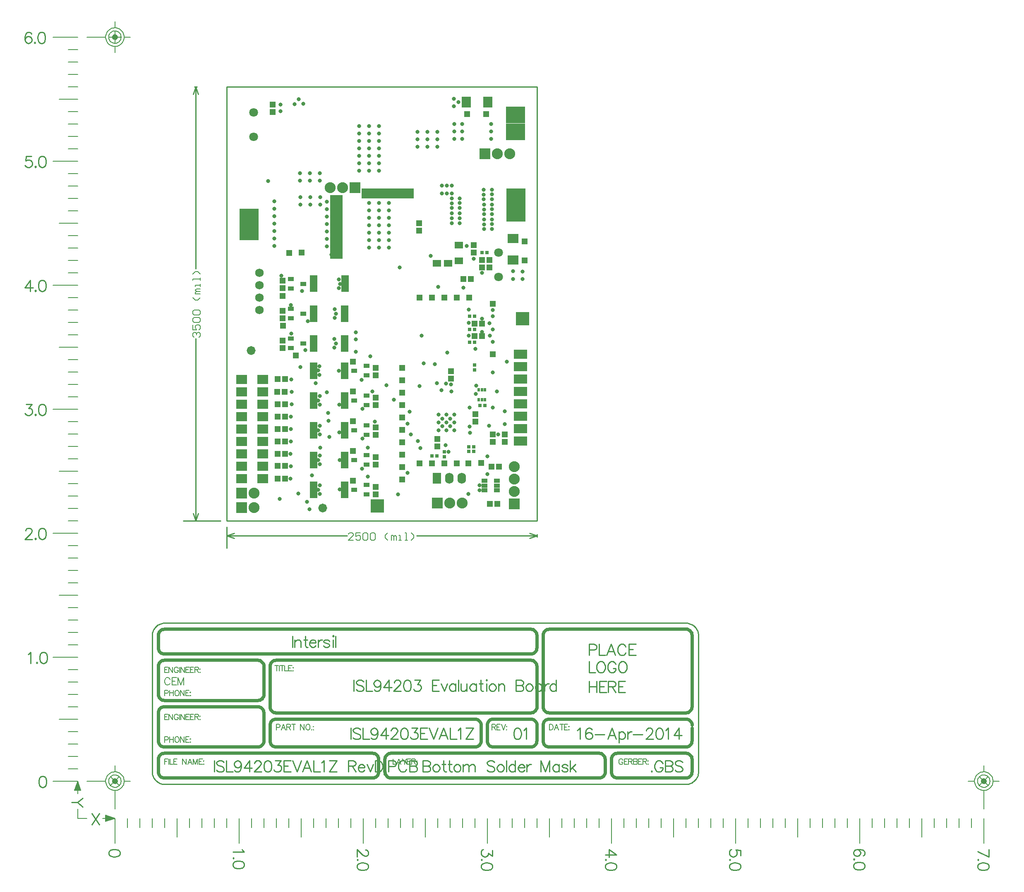
<source format=gbs>
%FSLAX24Y24*%
%MOIN*%
G70*
G01*
G75*
%ADD10C,0.0100*%
%ADD11C,0.0080*%
%ADD12R,0.0217X0.0197*%
%ADD13R,0.0390X0.0270*%
%ADD14R,0.0400X0.0400*%
%ADD15R,0.0236X0.0315*%
%ADD16R,0.0079X0.0374*%
%ADD17R,0.0360X0.0360*%
%ADD18R,0.0500X0.0360*%
%ADD19R,0.0315X0.0236*%
%ADD20R,0.0394X0.0394*%
%ADD21R,0.3500X0.4500*%
%ADD22R,0.0700X0.0820*%
%ADD23R,0.1500X0.0820*%
%ADD24R,0.0197X0.0217*%
%ADD25R,0.1299X0.0512*%
%ADD26R,0.2000X0.2000*%
%ADD27R,0.0600X0.0600*%
%ADD28R,0.0512X0.1299*%
%ADD29R,0.0315X0.0315*%
%ADD30R,0.0315X0.0315*%
%ADD31R,0.0236X0.0157*%
%ADD32R,0.1693X0.1693*%
%ADD33R,0.0374X0.0079*%
%ADD34C,0.0200*%
%ADD35C,0.0400*%
%ADD36C,0.0250*%
%ADD37C,0.0150*%
%ADD38C,0.0120*%
%ADD39C,0.0500*%
%ADD40C,0.0750*%
%ADD41C,0.0300*%
%ADD42C,0.0090*%
%ADD43R,0.1980X0.2640*%
%ADD44R,0.0510X0.0630*%
%ADD45C,0.0060*%
%ADD46C,0.0050*%
%ADD47O,0.0600X0.0800*%
%ADD48R,0.0600X0.0800*%
%ADD49C,0.0250*%
%ADD50C,0.0630*%
%ADD51R,0.1000X0.0650*%
%ADD52C,0.0800*%
%ADD53R,0.0800X0.0800*%
%ADD54C,0.0600*%
%ADD55R,0.0800X0.0650*%
%ADD56R,0.1500X0.1250*%
%ADD57P,0.0650X8X0*%
%ADD58R,0.1500X0.2500*%
%ADD59R,0.1000X0.1000*%
%ADD60R,0.1410X0.1510*%
%ADD61R,0.0850X0.1400*%
%ADD62R,0.0840X0.1280*%
%ADD63R,0.0900X0.1380*%
%ADD64R,0.0950X0.1280*%
%ADD65R,0.0990X0.1540*%
%ADD66R,0.0880X0.1740*%
%ADD67R,0.1440X0.1570*%
%ADD68R,0.0820X0.0700*%
%ADD69R,0.0157X0.0236*%
%ADD70R,0.0630X0.0472*%
%ADD71R,0.0600X0.0500*%
%ADD72R,0.0440X0.0410*%
%ADD73R,0.0640X0.0650*%
%ADD74R,0.1030X0.1500*%
%ADD75R,0.1020X0.1460*%
%ADD76R,0.0560X0.0450*%
%ADD77R,0.0610X0.0520*%
%ADD78R,0.1020X0.1470*%
%ADD79R,0.1030X0.1440*%
%ADD80R,0.1080X0.1500*%
%ADD81R,0.0590X0.0470*%
%ADD82R,0.0610X0.0500*%
%ADD83R,0.1320X0.1390*%
%ADD84R,0.1110X0.1540*%
%ADD85R,0.1430X0.1590*%
%ADD86C,0.0039*%
%ADD87C,0.0110*%
%ADD88C,0.0070*%
%ADD89C,0.0020*%
%ADD90C,0.0079*%
%ADD91C,0.0040*%
%ADD92R,0.0090X0.0690*%
%ADD93R,0.0380X0.0700*%
%ADD94R,0.0400X0.0690*%
%ADD95R,0.0380X0.0560*%
%ADD96R,0.0160X0.0100*%
%ADD97R,0.0290X0.0110*%
%ADD98R,0.0400X0.0780*%
%ADD99R,0.0100X0.0060*%
%ADD100R,0.0450X0.0100*%
%ADD101R,0.0070X0.0080*%
%ADD102R,0.0430X0.0060*%
%ADD103R,0.0280X0.0050*%
%ADD104R,0.0180X0.0100*%
%ADD105R,0.0060X0.0050*%
%ADD106R,0.0310X0.0140*%
%ADD107R,0.0070X0.0120*%
%ADD108R,0.0060X0.0060*%
%ADD109R,0.0180X0.0150*%
%ADD110R,0.0130X0.0060*%
%ADD111R,0.0100X0.0110*%
%ADD112R,0.0110X0.0120*%
%ADD113R,0.0050X0.0050*%
%ADD114R,0.0070X0.0070*%
%ADD115R,0.0120X0.0060*%
%ADD116R,0.0070X0.0630*%
%ADD117R,0.0090X0.0030*%
%ADD118R,0.0050X0.0030*%
%ADD119R,0.0120X0.0590*%
%ADD120R,0.0040X0.0510*%
%ADD121R,0.0070X0.0020*%
%ADD122R,0.0050X0.0040*%
%ADD123R,0.0060X0.0030*%
%ADD124R,0.0040X0.0450*%
%ADD125R,0.0040X0.0040*%
%ADD126R,0.0040X0.0410*%
%ADD127R,0.0050X0.0330*%
%ADD128R,0.0040X0.0180*%
%ADD129R,0.0050X0.0160*%
%ADD130R,0.0070X0.0050*%
%ADD131R,0.0080X0.0140*%
%ADD132R,0.0220X0.0090*%
%ADD133R,0.0060X0.0040*%
%ADD134R,0.0150X0.0350*%
%ADD135R,0.0030X0.0050*%
%ADD136R,0.0350X0.0100*%
%ADD137R,0.0220X0.0160*%
%ADD138R,0.0160X0.0070*%
%ADD139R,0.0140X0.0070*%
%ADD140R,0.0090X0.0070*%
%ADD141R,0.0580X0.0150*%
%ADD142R,0.0050X0.0100*%
%ADD143R,0.0250X0.0020*%
%ADD144R,0.0040X0.0030*%
%ADD145R,0.0060X0.0090*%
%ADD146R,0.0390X0.0730*%
%ADD147R,0.0080X0.0160*%
%ADD148R,0.0040X0.0050*%
%ADD149R,0.0040X0.0160*%
%ADD150R,0.0320X0.0160*%
%ADD151R,0.0350X0.0090*%
%ADD152R,0.0100X0.0090*%
%ADD153R,0.0590X0.0100*%
%ADD154R,0.0300X0.0050*%
%ADD155R,0.0120X0.0030*%
%ADD156R,0.0060X0.0280*%
%ADD157R,0.0050X0.0190*%
%ADD158R,0.0050X0.0020*%
%ADD159R,0.0340X0.0250*%
%ADD160R,0.0320X0.0330*%
%ADD161R,0.0100X0.0140*%
%ADD162R,0.0050X0.0120*%
%ADD163R,0.0050X0.0080*%
%ADD164R,0.0330X0.0060*%
%ADD165R,0.0210X0.0040*%
%ADD166R,0.0090X0.0050*%
%ADD167R,0.0100X0.0080*%
%ADD168R,0.0090X0.0100*%
%ADD169R,0.0020X0.0030*%
%ADD170R,0.0560X0.0130*%
%ADD171R,0.0380X0.0050*%
%ADD172R,0.0080X0.0280*%
%ADD173R,0.0050X0.0180*%
%ADD174R,0.0380X0.0710*%
%ADD175R,0.0300X0.0180*%
%ADD176R,0.0270X0.0030*%
%ADD177R,0.0190X0.0050*%
%ADD178R,0.0070X0.0140*%
%ADD179R,0.0270X0.0040*%
%ADD180R,0.0180X0.0050*%
%ADD181R,0.0060X0.0110*%
%ADD182R,0.0390X0.1040*%
%ADD183R,0.0210X0.0100*%
%ADD184R,0.0315X0.0787*%
%ADD185R,0.3600X0.0670*%
%ADD186R,0.0080X0.0120*%
%ADD187R,0.0787X0.0315*%
%ADD188R,0.4170X0.0870*%
%ADD189R,0.1100X0.5200*%
%ADD190R,0.0297X0.0277*%
%ADD191R,0.0470X0.0350*%
%ADD192R,0.0480X0.0480*%
%ADD193R,0.0316X0.0395*%
%ADD194R,0.0159X0.0454*%
%ADD195R,0.0440X0.0440*%
%ADD196R,0.0580X0.0440*%
%ADD197R,0.0395X0.0316*%
%ADD198R,0.0474X0.0474*%
%ADD199R,0.3580X0.4580*%
%ADD200R,0.0780X0.0900*%
%ADD201R,0.1580X0.0900*%
%ADD202R,0.0277X0.0297*%
%ADD203R,0.1379X0.0592*%
%ADD204R,0.2080X0.2080*%
%ADD205R,0.0680X0.0680*%
%ADD206R,0.0592X0.1379*%
%ADD207R,0.0395X0.0395*%
%ADD208R,0.0395X0.0395*%
%ADD209R,0.0316X0.0237*%
%ADD210R,0.1773X0.1773*%
%ADD211R,0.0454X0.0159*%
%ADD212O,0.0680X0.0880*%
%ADD213R,0.0680X0.0880*%
%ADD214C,0.0330*%
%ADD215C,0.0710*%
%ADD216R,0.1080X0.0730*%
%ADD217C,0.0880*%
%ADD218R,0.0880X0.0880*%
%ADD219C,0.0680*%
%ADD220R,0.0880X0.0730*%
%ADD221R,0.1580X0.1330*%
%ADD222P,0.0730X8X0*%
%ADD223R,0.1580X0.2580*%
%ADD224R,0.1080X0.1080*%
%ADD225R,0.4200X0.0830*%
%ADD226R,0.1040X0.5150*%
%ADD227R,0.0900X0.0780*%
%ADD228R,0.0237X0.0316*%
%ADD229R,0.0710X0.0552*%
%ADD230R,0.0680X0.0580*%
D10*
X75685Y61463D02*
X75587Y61458D01*
X75490Y61444D01*
X75395Y61420D01*
X75302Y61387D01*
X75214Y61345D01*
X75129Y61295D01*
X75051Y61236D01*
X74978Y61170D01*
X74912Y61098D01*
X74853Y61019D01*
X74803Y60935D01*
X74761Y60846D01*
X74728Y60753D01*
X74704Y60658D01*
X74690Y60561D01*
X74685Y60463D01*
Y49473D02*
X74690Y49375D01*
X74704Y49278D01*
X74727Y49183D01*
X74760Y49091D01*
X74802Y49002D01*
X74852Y48918D01*
X74909Y48838D01*
X74975Y48765D01*
X75047Y48699D01*
X75125Y48640D01*
X75208Y48588D01*
X75296Y48545D01*
X75388Y48511D01*
X75483Y48486D01*
X75580Y48470D01*
X75677Y48463D01*
X117685Y48463D02*
X117783Y48468D01*
X117880Y48482D01*
X117975Y48506D01*
X118068Y48539D01*
X118156Y48581D01*
X118241Y48632D01*
X118319Y48690D01*
X118392Y48756D01*
X118458Y48829D01*
X118516Y48908D01*
X118567Y48992D01*
X118609Y49080D01*
X118642Y49173D01*
X118666Y49268D01*
X118680Y49365D01*
X118685Y49463D01*
Y60463D02*
X118680Y60561D01*
X118666Y60658D01*
X118642Y60753D01*
X118609Y60846D01*
X118567Y60935D01*
X118516Y61019D01*
X118458Y61098D01*
X118392Y61170D01*
X118319Y61236D01*
X118241Y61295D01*
X118156Y61345D01*
X118068Y61387D01*
X117975Y61420D01*
X117880Y61444D01*
X117783Y61458D01*
X117685Y61463D01*
X80685Y104713D02*
X105685D01*
X77185Y69713D02*
X80185D01*
X80685Y67513D02*
Y69213D01*
X105685Y68413D02*
Y68613D01*
X80685Y68413D02*
Y68613D01*
X105085Y68313D02*
X105685Y68513D01*
X105085Y68713D02*
X105685Y68513D01*
X80685D02*
X81285Y68313D01*
X80685Y68513D02*
X81285Y68713D01*
X95994Y68513D02*
X105685D01*
X80685D02*
X90376D01*
X80685Y69713D02*
X105685D01*
Y104713D01*
X80685Y69713D02*
Y104713D01*
X75685Y48463D02*
X117685D01*
X75685Y61463D02*
X117685D01*
X118685Y49463D02*
Y60463D01*
X74685Y49463D02*
Y60463D01*
X78085Y104713D02*
X78285D01*
X78085Y69713D02*
X78285D01*
X78185Y104713D02*
X78385Y104113D01*
X77985D02*
X78185Y104713D01*
Y69713D02*
X78385Y70313D01*
X77985D02*
X78185Y69713D01*
Y90022D02*
Y104713D01*
Y69713D02*
Y84404D01*
D11*
X142185Y48713D02*
X142175Y48814D01*
X142145Y48910D01*
X142095Y48999D01*
X142030Y49075D01*
X141950Y49137D01*
X141859Y49182D01*
X141761Y49207D01*
X141660Y49212D01*
X141560Y49197D01*
X141465Y49162D01*
X141379Y49108D01*
X141306Y49039D01*
X141248Y48956D01*
X141208Y48863D01*
X141188Y48764D01*
Y48662D01*
X141208Y48563D01*
X141248Y48470D01*
X141306Y48387D01*
X141379Y48318D01*
X141465Y48264D01*
X141560Y48229D01*
X141660Y48214D01*
X141761Y48219D01*
X141859Y48244D01*
X141950Y48289D01*
X142030Y48351D01*
X142095Y48427D01*
X142145Y48516D01*
X142175Y48612D01*
X142185Y48713D01*
X142435D02*
X142428Y48813D01*
X142408Y48911D01*
X142376Y49006D01*
X142330Y49095D01*
X142274Y49178D01*
X142206Y49252D01*
X142130Y49317D01*
X142045Y49371D01*
X141955Y49413D01*
X141859Y49443D01*
X141760Y49459D01*
X141660Y49463D01*
X141560Y49453D01*
X141463Y49429D01*
X141369Y49393D01*
X141281Y49345D01*
X141201Y49286D01*
X141129Y49216D01*
X141067Y49137D01*
X141016Y49051D01*
X140977Y48959D01*
X140950Y48862D01*
X140937Y48763D01*
Y48663D01*
X140950Y48564D01*
X140977Y48467D01*
X141016Y48375D01*
X141067Y48289D01*
X141129Y48210D01*
X141201Y48140D01*
X141281Y48081D01*
X141369Y48033D01*
X141463Y47997D01*
X141560Y47973D01*
X141660Y47963D01*
X141760Y47967D01*
X141859Y47983D01*
X141955Y48013D01*
X142045Y48055D01*
X142130Y48109D01*
X142206Y48174D01*
X142274Y48248D01*
X142330Y48331D01*
X142376Y48420D01*
X142408Y48515D01*
X142428Y48613D01*
X142435Y48713D01*
X141710D02*
X141660D01*
X141710D01*
X141735D02*
X141660Y48756D01*
Y48670D01*
X141735Y48713D01*
X141885D02*
X141862Y48806D01*
X141799Y48878D01*
X141709Y48912D01*
X141614Y48900D01*
X141535Y48846D01*
X141491Y48761D01*
Y48665D01*
X141535Y48580D01*
X141614Y48526D01*
X141709Y48514D01*
X141799Y48548D01*
X141862Y48620D01*
X141885Y48713D01*
X141835D02*
X141800Y48809D01*
X141711Y48861D01*
X141610Y48843D01*
X141544Y48764D01*
Y48662D01*
X141610Y48583D01*
X141711Y48565D01*
X141800Y48617D01*
X141835Y48713D01*
X141785D02*
X141735Y48800D01*
X141635D01*
X141585Y48713D01*
X141635Y48626D01*
X141735D01*
X141785Y48713D01*
X72435Y108713D02*
X72428Y108813D01*
X72408Y108911D01*
X72375Y109006D01*
X72330Y109095D01*
X72274Y109178D01*
X72206Y109252D01*
X72130Y109317D01*
X72045Y109371D01*
X71955Y109413D01*
X71859Y109443D01*
X71760Y109459D01*
X71660Y109463D01*
X71560Y109453D01*
X71463Y109429D01*
X71369Y109393D01*
X71281Y109345D01*
X71201Y109286D01*
X71129Y109216D01*
X71067Y109138D01*
X71016Y109051D01*
X70976Y108959D01*
X70950Y108863D01*
X70937Y108763D01*
Y108663D01*
X70950Y108564D01*
X70976Y108467D01*
X71016Y108375D01*
X71067Y108289D01*
X71129Y108210D01*
X71201Y108140D01*
X71281Y108081D01*
X71369Y108033D01*
X71463Y107997D01*
X71560Y107974D01*
X71660Y107964D01*
X71760Y107967D01*
X71859Y107984D01*
X71955Y108013D01*
X72045Y108055D01*
X72130Y108109D01*
X72206Y108174D01*
X72274Y108248D01*
X72330Y108331D01*
X72375Y108420D01*
X72408Y108515D01*
X72428Y108613D01*
X72435Y108713D01*
X71710D02*
X71660D01*
X71710D01*
X71735D02*
X71660Y108756D01*
Y108670D01*
X71735Y108713D01*
X71785D02*
X71735Y108800D01*
X71635D01*
X71585Y108713D01*
X71635Y108627D01*
X71735D01*
X71785Y108713D01*
X71835D02*
X71800Y108810D01*
X71711Y108861D01*
X71610Y108843D01*
X71544Y108764D01*
Y108662D01*
X71610Y108583D01*
X71711Y108565D01*
X71800Y108617D01*
X71835Y108713D01*
X71885D02*
X71862Y108806D01*
X71799Y108878D01*
X71709Y108912D01*
X71614Y108900D01*
X71535Y108846D01*
X71491Y108761D01*
Y108665D01*
X71535Y108581D01*
X71614Y108526D01*
X71709Y108515D01*
X71799Y108549D01*
X71862Y108620D01*
X71885Y108713D01*
X72185D02*
X72175Y108814D01*
X72144Y108910D01*
X72095Y108999D01*
X72029Y109076D01*
X71949Y109137D01*
X71859Y109182D01*
X71761Y109207D01*
X71660Y109212D01*
X71560Y109197D01*
X71465Y109162D01*
X71379Y109109D01*
X71306Y109039D01*
X71248Y108956D01*
X71208Y108863D01*
X71188Y108764D01*
Y108663D01*
X71208Y108563D01*
X71248Y108470D01*
X71306Y108387D01*
X71379Y108318D01*
X71465Y108264D01*
X71560Y108229D01*
X71660Y108214D01*
X71761Y108219D01*
X71859Y108244D01*
X71949Y108289D01*
X72029Y108351D01*
X72095Y108427D01*
X72144Y108516D01*
X72175Y108612D01*
X72185Y108713D01*
X72185Y48713D02*
X72175Y48814D01*
X72145Y48910D01*
X72095Y48999D01*
X72030Y49075D01*
X71950Y49137D01*
X71859Y49182D01*
X71761Y49207D01*
X71660Y49212D01*
X71560Y49197D01*
X71465Y49162D01*
X71379Y49108D01*
X71306Y49039D01*
X71248Y48956D01*
X71208Y48863D01*
X71188Y48764D01*
Y48662D01*
X71208Y48563D01*
X71248Y48470D01*
X71306Y48387D01*
X71379Y48318D01*
X71465Y48264D01*
X71560Y48229D01*
X71660Y48214D01*
X71761Y48219D01*
X71859Y48244D01*
X71950Y48289D01*
X72030Y48351D01*
X72095Y48427D01*
X72145Y48516D01*
X72175Y48612D01*
X72185Y48713D01*
X72435D02*
X72428Y48813D01*
X72408Y48911D01*
X72376Y49006D01*
X72330Y49095D01*
X72274Y49178D01*
X72206Y49252D01*
X72130Y49317D01*
X72045Y49371D01*
X71955Y49413D01*
X71859Y49443D01*
X71760Y49459D01*
X71660Y49463D01*
X71560Y49453D01*
X71463Y49429D01*
X71369Y49393D01*
X71281Y49345D01*
X71201Y49286D01*
X71129Y49216D01*
X71067Y49137D01*
X71016Y49051D01*
X70977Y48959D01*
X70950Y48862D01*
X70937Y48763D01*
Y48663D01*
X70950Y48564D01*
X70977Y48467D01*
X71016Y48375D01*
X71067Y48289D01*
X71129Y48210D01*
X71201Y48140D01*
X71281Y48081D01*
X71369Y48033D01*
X71463Y47997D01*
X71560Y47973D01*
X71660Y47963D01*
X71760Y47967D01*
X71859Y47983D01*
X71955Y48013D01*
X72045Y48055D01*
X72130Y48109D01*
X72206Y48174D01*
X72274Y48248D01*
X72330Y48331D01*
X72376Y48420D01*
X72408Y48515D01*
X72428Y48613D01*
X72435Y48713D01*
X71710D02*
X71660D01*
X71710D01*
X71735D02*
X71660Y48756D01*
Y48670D01*
X71735Y48713D01*
X71885D02*
X71862Y48806D01*
X71799Y48878D01*
X71709Y48912D01*
X71614Y48900D01*
X71535Y48846D01*
X71491Y48761D01*
Y48665D01*
X71535Y48580D01*
X71614Y48526D01*
X71709Y48514D01*
X71799Y48548D01*
X71862Y48620D01*
X71885Y48713D01*
X71785D02*
X71735Y48800D01*
X71635D01*
X71585Y48713D01*
X71635Y48626D01*
X71735D01*
X71785Y48713D01*
X71835D02*
X71800Y48809D01*
X71711Y48861D01*
X71610Y48843D01*
X71544Y48764D01*
Y48662D01*
X71610Y48583D01*
X71711Y48565D01*
X71800Y48617D01*
X71835Y48713D01*
X72435D02*
X72935D01*
X69435D02*
X70935D01*
X68685Y45713D02*
X69435D01*
X68435Y47963D02*
X68935D01*
X68540Y48043D02*
X68830D01*
X68590Y48078D02*
X68780D01*
X68490Y48008D02*
X68880D01*
X68640Y48113D02*
X68730D01*
X70685Y45713D02*
X70935D01*
X66685Y48713D02*
X68685D01*
X67935Y49713D02*
X68685D01*
X67935Y50713D02*
X68685D01*
X67935Y51713D02*
X68685D01*
X67935Y52713D02*
X68685D01*
X67185Y53713D02*
X68685D01*
X67935Y54713D02*
X68685D01*
X67935Y55713D02*
X68685D01*
X67935Y56713D02*
X68685D01*
X67935Y57713D02*
X68685D01*
X66685Y58713D02*
X68685D01*
X67935Y59713D02*
X68685D01*
X67935Y60713D02*
X68685D01*
X67935Y61713D02*
X68685D01*
X67935Y62713D02*
X68685D01*
X67185Y63713D02*
X68685D01*
X67935Y64713D02*
X68685D01*
X67935Y65713D02*
X68685D01*
X67935Y66713D02*
X68685D01*
X67935Y67713D02*
X68685D01*
X66685Y68713D02*
X68685D01*
X67935Y69713D02*
X68685D01*
X67935Y70713D02*
X68685D01*
X67935Y71713D02*
X68685D01*
X67935Y72713D02*
X68685D01*
X67185Y73713D02*
X68685D01*
X67935Y74713D02*
X68685D01*
X67935Y75713D02*
X68685D01*
X67935Y76713D02*
X68685D01*
X67935Y77713D02*
X68685D01*
X66685Y78713D02*
X68685D01*
X67935Y79713D02*
X68685D01*
X67935Y80713D02*
X68685D01*
X67935Y81713D02*
X68685D01*
X67935Y82713D02*
X68685D01*
X67185Y83713D02*
X68685D01*
X67935Y84713D02*
X68685D01*
X67935Y85713D02*
X68685D01*
X67935Y86713D02*
X68685D01*
X67935Y87713D02*
X68685D01*
X66685Y88713D02*
X68685D01*
X67935Y89713D02*
X68685D01*
X67935Y90713D02*
X68685D01*
X67935Y91713D02*
X68685D01*
X67935Y92713D02*
X68685D01*
X67185Y93713D02*
X68685D01*
X67935Y94713D02*
X68685D01*
X67935Y95713D02*
X68685D01*
X67935Y96713D02*
X68685D01*
X67935Y97713D02*
X68685D01*
X66685Y98713D02*
X68685D01*
X67935Y99713D02*
X68685D01*
X67935Y100713D02*
X68685D01*
X67935Y101713D02*
X68685D01*
X67935Y102713D02*
X68685D01*
X67185Y103713D02*
X68685D01*
X67935Y104713D02*
X68685D01*
X67935Y105713D02*
X68685D01*
X67935Y106713D02*
X68685D01*
X67935Y107713D02*
X68685D01*
X66685Y108713D02*
X68685D01*
X71685D02*
X72185D01*
X71185D02*
X71685D01*
X69435D02*
X70935D01*
X72435D02*
X72935D01*
X140435Y48713D02*
X140935D01*
X142435D02*
X142935D01*
X71685Y46463D02*
Y47963D01*
Y49463D02*
Y49963D01*
X68685Y45713D02*
Y46463D01*
X70935Y45463D02*
Y45963D01*
X71015Y45568D02*
Y45858D01*
X68685Y47713D02*
Y47963D01*
X71050Y45618D02*
Y45808D01*
X70980Y45518D02*
Y45908D01*
X71085Y45668D02*
Y45758D01*
X71685Y43713D02*
Y45713D01*
X72685Y44963D02*
Y45713D01*
X73685Y44963D02*
Y45713D01*
X74685Y44963D02*
Y45713D01*
X75685Y44963D02*
Y45713D01*
X76685Y44213D02*
Y45713D01*
X77685Y44963D02*
Y45713D01*
X78685Y44963D02*
Y45713D01*
X79685Y44963D02*
Y45713D01*
X80685Y44963D02*
Y45713D01*
X81685Y43713D02*
Y45713D01*
X82685Y44963D02*
Y45713D01*
X83685Y44963D02*
Y45713D01*
X84685Y44963D02*
Y45713D01*
X85685Y44963D02*
Y45713D01*
X86685Y44213D02*
Y45713D01*
X87685Y44963D02*
Y45713D01*
X88685Y44963D02*
Y45713D01*
X89685Y44963D02*
Y45713D01*
X90685Y44963D02*
Y45713D01*
X91685Y43713D02*
Y45713D01*
X92685Y44963D02*
Y45713D01*
X93685Y44963D02*
Y45713D01*
X94685Y44963D02*
Y45713D01*
X95685Y44963D02*
Y45713D01*
X96685Y44213D02*
Y45713D01*
X97685Y44963D02*
Y45713D01*
X98685Y44963D02*
Y45713D01*
X99685Y44963D02*
Y45713D01*
X100685Y44963D02*
Y45713D01*
X101685Y43713D02*
Y45713D01*
X102685Y44963D02*
Y45713D01*
X103685Y44963D02*
Y45713D01*
X104685Y44963D02*
Y45713D01*
X105685Y44963D02*
Y45713D01*
X106685Y44213D02*
Y45713D01*
X107685Y44963D02*
Y45713D01*
X108685Y44963D02*
Y45713D01*
X109685Y44963D02*
Y45713D01*
X110685Y44963D02*
Y45713D01*
X111685Y43713D02*
Y45713D01*
X112685Y44963D02*
Y45713D01*
X113685Y44963D02*
Y45713D01*
X114685Y44963D02*
Y45713D01*
X115685Y44963D02*
Y45713D01*
X116685Y44213D02*
Y45713D01*
X117685Y44963D02*
Y45713D01*
X118685Y44963D02*
Y45713D01*
X119685Y44963D02*
Y45713D01*
X120685Y44963D02*
Y45713D01*
X121685Y43713D02*
Y45713D01*
X122685Y44963D02*
Y45713D01*
X123685Y44963D02*
Y45713D01*
X124685Y44963D02*
Y45713D01*
X125685Y44963D02*
Y45713D01*
X126685Y44213D02*
Y45713D01*
X127685Y44963D02*
Y45713D01*
X128685Y44963D02*
Y45713D01*
X129685Y44963D02*
Y45713D01*
X130685Y44963D02*
Y45713D01*
X131685Y43713D02*
Y45713D01*
X132685Y44963D02*
Y45713D01*
X133685Y44963D02*
Y45713D01*
X134685Y44963D02*
Y45713D01*
X135685Y44963D02*
Y45713D01*
X136685Y44213D02*
Y45713D01*
X137685Y44963D02*
Y45713D01*
X138685Y44963D02*
Y45713D01*
X139685Y44963D02*
Y45713D01*
X140685Y44963D02*
Y45713D01*
X141685Y43713D02*
Y45713D01*
X71685Y108213D02*
Y108713D01*
Y109213D01*
Y109463D02*
Y109963D01*
Y107463D02*
Y107963D01*
X141685Y49463D02*
Y49963D01*
Y46463D02*
Y47963D01*
X71685Y48713D02*
X72035Y49063D01*
X71335Y48363D02*
X71685Y48713D01*
X141335Y48363D02*
X141685Y48713D01*
X142035Y49063D01*
X71685Y48713D02*
X72035Y48363D01*
X71335Y49063D02*
X71685Y48713D01*
X141685D02*
X142035Y48363D01*
X141335Y49063D02*
X141685Y48713D01*
X70935Y45463D02*
X71685Y45713D01*
X70935Y45963D02*
X71685Y45713D01*
X71015Y45858D02*
X71445Y45713D01*
X71015Y45568D02*
X71445Y45713D01*
X68685Y48713D02*
X68935Y47963D01*
X68435D02*
X68685Y48713D01*
X68540Y48043D02*
X68685Y48473D01*
X68830Y48043D01*
X68590Y48078D02*
X68685Y48358D01*
X68780Y48078D01*
X68490Y48008D02*
X68685Y48588D01*
X68880Y48008D01*
X68640Y48113D02*
X68685Y48243D01*
X68730Y48113D01*
X71050Y45808D02*
X71330Y45713D01*
X71050Y45618D02*
X71330Y45713D01*
X70980Y45908D02*
X71560Y45713D01*
X70980Y45518D02*
X71560Y45713D01*
X71085Y45758D02*
X71215Y45713D01*
X71085Y45668D02*
X71215Y45713D01*
X76113Y56920D02*
X76085Y56977D01*
X76028Y57034D01*
X75971Y57063D01*
X75856D01*
X75799Y57034D01*
X75742Y56977D01*
X75714Y56920D01*
X75685Y56834D01*
Y56692D01*
X75714Y56606D01*
X75742Y56549D01*
X75799Y56492D01*
X75856Y56463D01*
X75971D01*
X76028Y56492D01*
X76085Y56549D01*
X76113Y56606D01*
X76653Y57063D02*
X76282D01*
Y56463D01*
X76653D01*
X76282Y56777D02*
X76510D01*
X76753Y57063D02*
Y56463D01*
Y57063D02*
X76982Y56463D01*
X77210Y57063D02*
X76982Y56463D01*
X77210Y57063D02*
Y56463D01*
D36*
X118185Y53223D02*
X118176Y53319D01*
X118148Y53411D01*
X118102Y53495D01*
X118041Y53570D01*
X117967Y53631D01*
X117882Y53676D01*
X117791Y53704D01*
X117695Y53713D01*
X106685D02*
X106587Y53704D01*
X106494Y53675D01*
X106407Y53629D01*
X106331Y53567D01*
X106269Y53491D01*
X106223Y53404D01*
X106195Y53311D01*
X106185Y53213D01*
X117685Y54213D02*
X117782Y54223D01*
X117876Y54251D01*
X117963Y54297D01*
X118039Y54360D01*
X118101Y54435D01*
X118147Y54522D01*
X118175Y54616D01*
X118185Y54713D01*
X106185D02*
X106195Y54616D01*
X106223Y54522D01*
X106269Y54435D01*
X106331Y54360D01*
X106407Y54297D01*
X106494Y54251D01*
X106587Y54223D01*
X106685Y54213D01*
X118185Y60473D02*
X118175Y60571D01*
X118146Y60665D01*
X118099Y60751D01*
X118035Y60826D01*
X117958Y60886D01*
X117871Y60931D01*
X117776Y60956D01*
X117678Y60963D01*
X117685Y51463D02*
X117782Y51473D01*
X117876Y51501D01*
X117963Y51547D01*
X118039Y51610D01*
X118101Y51685D01*
X118147Y51772D01*
X118175Y51866D01*
X118185Y51963D01*
X118185Y50472D02*
X118174Y50568D01*
X118144Y50661D01*
X118098Y50746D01*
X118035Y50820D01*
X117960Y50881D01*
X117874Y50926D01*
X117781Y50954D01*
X117685Y50963D01*
Y48963D02*
X117782Y48973D01*
X117876Y49001D01*
X117963Y49047D01*
X118039Y49110D01*
X118101Y49185D01*
X118147Y49272D01*
X118175Y49366D01*
X118185Y49463D01*
X105185Y51463D02*
X105282Y51473D01*
X105376Y51501D01*
X105463Y51547D01*
X105539Y51610D01*
X105601Y51685D01*
X105647Y51772D01*
X105675Y51866D01*
X105685Y51963D01*
X106185Y51953D02*
X106195Y51856D01*
X106223Y51764D01*
X106269Y51678D01*
X106332Y51604D01*
X106407Y51543D01*
X106493Y51498D01*
X106587Y51471D01*
X106684Y51463D01*
X105685Y53223D02*
X105676Y53319D01*
X105648Y53411D01*
X105602Y53495D01*
X105541Y53570D01*
X105467Y53631D01*
X105382Y53676D01*
X105291Y53704D01*
X105195Y53713D01*
X75185Y49463D02*
X75194Y49367D01*
X75222Y49274D01*
X75267Y49188D01*
X75328Y49113D01*
X75403Y49050D01*
X75488Y49004D01*
X75580Y48974D01*
X75676Y48963D01*
X105194Y54213D02*
X105290Y54224D01*
X105382Y54254D01*
X105467Y54300D01*
X105542Y54363D01*
X105603Y54438D01*
X105648Y54524D01*
X105676Y54617D01*
X105685Y54713D01*
X75685Y50963D02*
X75587Y50954D01*
X75494Y50925D01*
X75407Y50879D01*
X75331Y50817D01*
X75269Y50741D01*
X75223Y50654D01*
X75195Y50561D01*
X75185Y50463D01*
X105685Y57963D02*
X105675Y58061D01*
X105647Y58154D01*
X105601Y58241D01*
X105539Y58317D01*
X105463Y58379D01*
X105376Y58425D01*
X105282Y58454D01*
X105185Y58463D01*
Y58963D02*
X105282Y58973D01*
X105376Y59001D01*
X105463Y59047D01*
X105539Y59110D01*
X105601Y59185D01*
X105647Y59272D01*
X105675Y59366D01*
X105685Y59463D01*
X106685Y60963D02*
X106587Y60954D01*
X106494Y60925D01*
X106407Y60879D01*
X106331Y60817D01*
X106269Y60741D01*
X106223Y60654D01*
X106195Y60561D01*
X106185Y60463D01*
X105685D02*
X105675Y60561D01*
X105647Y60654D01*
X105601Y60741D01*
X105539Y60817D01*
X105463Y60879D01*
X105376Y60925D01*
X105282Y60954D01*
X105185Y60963D01*
X75685D02*
X75587Y60954D01*
X75494Y60925D01*
X75407Y60879D01*
X75331Y60817D01*
X75269Y60741D01*
X75223Y60654D01*
X75195Y60561D01*
X75185Y60463D01*
Y59463D02*
X75195Y59366D01*
X75223Y59272D01*
X75269Y59185D01*
X75331Y59110D01*
X75407Y59047D01*
X75494Y59001D01*
X75587Y58973D01*
X75685Y58963D01*
Y58463D02*
X75587Y58454D01*
X75494Y58425D01*
X75407Y58379D01*
X75331Y58317D01*
X75269Y58241D01*
X75223Y58154D01*
X75195Y58061D01*
X75185Y57963D01*
Y55713D02*
X75195Y55616D01*
X75223Y55522D01*
X75269Y55435D01*
X75331Y55360D01*
X75407Y55297D01*
X75494Y55251D01*
X75587Y55223D01*
X75685Y55213D01*
Y54713D02*
X75587Y54704D01*
X75494Y54675D01*
X75407Y54629D01*
X75331Y54567D01*
X75269Y54491D01*
X75223Y54404D01*
X75195Y54311D01*
X75185Y54213D01*
Y51963D02*
X75194Y51867D01*
X75222Y51774D01*
X75267Y51688D01*
X75328Y51613D01*
X75403Y51550D01*
X75488Y51504D01*
X75580Y51474D01*
X75676Y51463D01*
X84685Y58463D02*
X84587Y58454D01*
X84494Y58425D01*
X84407Y58379D01*
X84331Y58317D01*
X84269Y58241D01*
X84223Y58154D01*
X84195Y58061D01*
X84185Y57963D01*
X84685Y53713D02*
X84587Y53704D01*
X84494Y53675D01*
X84407Y53629D01*
X84331Y53567D01*
X84269Y53491D01*
X84223Y53404D01*
X84195Y53311D01*
X84185Y53213D01*
X102165Y53713D02*
X102068Y53703D01*
X101975Y53674D01*
X101890Y53627D01*
X101817Y53564D01*
X101757Y53487D01*
X101715Y53399D01*
X101690Y53305D01*
X101686Y53208D01*
X101685Y51973D02*
X101695Y51875D01*
X101723Y51780D01*
X101769Y51693D01*
X101831Y51616D01*
X101907Y51552D01*
X101994Y51505D01*
X102088Y51475D01*
X102186Y51463D01*
X100695Y51463D02*
X100792Y51473D01*
X100884Y51501D01*
X100970Y51548D01*
X101044Y51610D01*
X101105Y51685D01*
X101150Y51772D01*
X101177Y51865D01*
X101185Y51962D01*
X101185Y53223D02*
X101176Y53319D01*
X101148Y53411D01*
X101102Y53495D01*
X101041Y53570D01*
X100967Y53631D01*
X100882Y53676D01*
X100791Y53704D01*
X100695Y53713D01*
X83195Y51463D02*
X83291Y51473D01*
X83382Y51500D01*
X83467Y51546D01*
X83541Y51607D01*
X83602Y51681D01*
X83648Y51766D01*
X83676Y51858D01*
X83685Y51953D01*
X84185D02*
X84194Y51858D01*
X84222Y51766D01*
X84268Y51681D01*
X84328Y51607D01*
X84403Y51546D01*
X84487Y51500D01*
X84579Y51473D01*
X84675Y51463D01*
X84185Y54703D02*
X84194Y54608D01*
X84222Y54516D01*
X84268Y54431D01*
X84328Y54357D01*
X84403Y54296D01*
X84487Y54250D01*
X84579Y54223D01*
X84675Y54213D01*
X83685Y54223D02*
X83675Y54321D01*
X83646Y54415D01*
X83599Y54501D01*
X83535Y54576D01*
X83458Y54636D01*
X83371Y54681D01*
X83276Y54706D01*
X83178Y54713D01*
X83205Y55213D02*
X83299Y55222D01*
X83389Y55250D01*
X83472Y55294D01*
X83544Y55354D01*
X83604Y55426D01*
X83648Y55509D01*
X83676Y55599D01*
X83685Y55693D01*
Y57973D02*
X83676Y58069D01*
X83648Y58161D01*
X83602Y58245D01*
X83541Y58320D01*
X83467Y58381D01*
X83382Y58426D01*
X83291Y58454D01*
X83195Y58463D01*
X112185Y50963D02*
X112087Y50954D01*
X111994Y50925D01*
X111907Y50879D01*
X111831Y50817D01*
X111769Y50741D01*
X111723Y50654D01*
X111695Y50561D01*
X111685Y50463D01*
Y49453D02*
X111695Y49356D01*
X111723Y49264D01*
X111769Y49178D01*
X111832Y49104D01*
X111907Y49043D01*
X111993Y48998D01*
X112087Y48971D01*
X112184Y48963D01*
X110697Y48963D02*
X110793Y48971D01*
X110887Y48999D01*
X110973Y49045D01*
X111047Y49107D01*
X111108Y49183D01*
X111152Y49269D01*
X111178Y49363D01*
X111185Y49460D01*
X111185Y50463D02*
X111175Y50561D01*
X111147Y50654D01*
X111101Y50741D01*
X111039Y50817D01*
X110963Y50879D01*
X110876Y50925D01*
X110782Y50954D01*
X110685Y50963D01*
X93435Y49463D02*
X93444Y49367D01*
X93472Y49274D01*
X93517Y49188D01*
X93578Y49113D01*
X93653Y49050D01*
X93738Y49004D01*
X93830Y48974D01*
X93926Y48963D01*
X93935Y50963D02*
X93837Y50954D01*
X93744Y50925D01*
X93657Y50879D01*
X93581Y50817D01*
X93519Y50741D01*
X93473Y50654D01*
X93445Y50561D01*
X93435Y50463D01*
X92447Y48963D02*
X92543Y48971D01*
X92637Y48999D01*
X92723Y49045D01*
X92797Y49107D01*
X92858Y49183D01*
X92902Y49269D01*
X92928Y49363D01*
X92935Y49460D01*
X92935Y50463D02*
X92925Y50561D01*
X92897Y50654D01*
X92851Y50741D01*
X92788Y50817D01*
X92713Y50879D01*
X92626Y50925D01*
X92532Y50954D01*
X92435Y50963D01*
X93935Y48963D02*
X110685D01*
X75685D02*
X92435D01*
X75685Y50963D02*
X92435D01*
X93935D02*
X110685D01*
X112185Y48963D02*
X117685D01*
X112185Y50963D02*
X117685D01*
X75685Y60963D02*
X105185D01*
X75685Y51463D02*
X83185D01*
X75685Y54713D02*
X83185D01*
X75685Y55213D02*
X83185D01*
X75685Y58463D02*
X83185D01*
X75685Y58963D02*
X105185D01*
X84685Y58463D02*
X105185D01*
X84685Y53713D02*
X100685D01*
X84685Y51463D02*
X100685D01*
X102185D02*
X105185D01*
X102185Y53713D02*
X105185D01*
X106685Y51463D02*
X117685D01*
X106685Y60963D02*
X117685D01*
X84685Y54213D02*
X105185D01*
X106685D02*
X117685D01*
X106685Y53713D02*
X117685D01*
X92935Y49463D02*
Y50463D01*
X93435Y49463D02*
Y50463D01*
X111185Y49463D02*
Y50463D01*
X111685Y49463D02*
Y50463D01*
X75185Y51963D02*
Y54213D01*
X83685Y51963D02*
Y54213D01*
X75185Y55713D02*
Y57963D01*
X83685Y55713D02*
Y57963D01*
X75185Y59463D02*
Y60463D01*
X105685Y59463D02*
Y60463D01*
Y54713D02*
Y57963D01*
X84185Y54713D02*
Y57963D01*
X101185Y51963D02*
Y53213D01*
X84185Y51963D02*
Y53213D01*
X101685Y51963D02*
Y53213D01*
X105685Y51963D02*
Y53213D01*
X118185Y49463D02*
Y50463D01*
Y51963D02*
Y52963D01*
X75185Y49463D02*
Y50463D01*
X106185Y54713D02*
Y60463D01*
X118185Y54713D02*
Y60463D01*
X106185Y51963D02*
Y53213D01*
D42*
X114928Y49549D02*
X114885Y49506D01*
X114928Y49463D01*
X114971Y49506D01*
X114928Y49549D01*
X115810Y50149D02*
X115768Y50234D01*
X115682Y50320D01*
X115596Y50363D01*
X115425D01*
X115339Y50320D01*
X115253Y50234D01*
X115211Y50149D01*
X115168Y50020D01*
Y49806D01*
X115211Y49677D01*
X115253Y49592D01*
X115339Y49506D01*
X115425Y49463D01*
X115596D01*
X115682Y49506D01*
X115768Y49592D01*
X115810Y49677D01*
Y49806D01*
X115596D02*
X115810D01*
X116016Y50363D02*
Y49463D01*
Y50363D02*
X116402D01*
X116530Y50320D01*
X116573Y50277D01*
X116616Y50192D01*
Y50106D01*
X116573Y50020D01*
X116530Y49977D01*
X116402Y49934D01*
X116016D02*
X116402D01*
X116530Y49892D01*
X116573Y49849D01*
X116616Y49763D01*
Y49635D01*
X116573Y49549D01*
X116530Y49506D01*
X116402Y49463D01*
X116016D01*
X117417Y50234D02*
X117332Y50320D01*
X117203Y50363D01*
X117032D01*
X116903Y50320D01*
X116817Y50234D01*
Y50149D01*
X116860Y50063D01*
X116903Y50020D01*
X116989Y49977D01*
X117246Y49892D01*
X117332Y49849D01*
X117374Y49806D01*
X117417Y49720D01*
Y49592D01*
X117332Y49506D01*
X117203Y49463D01*
X117032D01*
X116903Y49506D01*
X116817Y49592D01*
X64949Y108984D02*
X64906Y109070D01*
X64778Y109113D01*
X64692D01*
X64563Y109070D01*
X64478Y108942D01*
X64435Y108727D01*
Y108513D01*
X64478Y108342D01*
X64563Y108256D01*
X64692Y108213D01*
X64735D01*
X64863Y108256D01*
X64949Y108342D01*
X64992Y108470D01*
Y108513D01*
X64949Y108642D01*
X64863Y108727D01*
X64735Y108770D01*
X64692D01*
X64563Y108727D01*
X64478Y108642D01*
X64435Y108513D01*
X65232Y108299D02*
X65189Y108256D01*
X65232Y108213D01*
X65275Y108256D01*
X65232Y108299D01*
X65729Y109113D02*
X65600Y109070D01*
X65515Y108942D01*
X65472Y108727D01*
Y108599D01*
X65515Y108385D01*
X65600Y108256D01*
X65729Y108213D01*
X65815D01*
X65943Y108256D01*
X66029Y108385D01*
X66072Y108599D01*
Y108727D01*
X66029Y108942D01*
X65943Y109070D01*
X65815Y109113D01*
X65729D01*
X64863Y89113D02*
X64435Y88513D01*
X65078D01*
X64863Y89113D02*
Y88213D01*
X65279Y88299D02*
X65236Y88256D01*
X65279Y88213D01*
X65322Y88256D01*
X65279Y88299D01*
X65776Y89113D02*
X65648Y89070D01*
X65562Y88942D01*
X65519Y88727D01*
Y88599D01*
X65562Y88385D01*
X65648Y88256D01*
X65776Y88213D01*
X65862D01*
X65990Y88256D01*
X66076Y88385D01*
X66119Y88599D01*
Y88727D01*
X66076Y88942D01*
X65990Y89070D01*
X65862Y89113D01*
X65776D01*
X64478Y68899D02*
Y68942D01*
X64521Y69027D01*
X64563Y69070D01*
X64649Y69113D01*
X64821D01*
X64906Y69070D01*
X64949Y69027D01*
X64992Y68942D01*
Y68856D01*
X64949Y68770D01*
X64863Y68642D01*
X64435Y68213D01*
X65035D01*
X65279Y68299D02*
X65236Y68256D01*
X65279Y68213D01*
X65322Y68256D01*
X65279Y68299D01*
X65776Y69113D02*
X65648Y69070D01*
X65562Y68942D01*
X65519Y68727D01*
Y68599D01*
X65562Y68385D01*
X65648Y68256D01*
X65776Y68213D01*
X65862D01*
X65990Y68256D01*
X66076Y68385D01*
X66119Y68599D01*
Y68727D01*
X66076Y68942D01*
X65990Y69070D01*
X65862Y69113D01*
X65776D01*
X65817Y49113D02*
X65688Y49070D01*
X65603Y48942D01*
X65560Y48727D01*
Y48599D01*
X65603Y48385D01*
X65688Y48256D01*
X65817Y48213D01*
X65903D01*
X66031Y48256D01*
X66117Y48385D01*
X66160Y48599D01*
Y48727D01*
X66117Y48942D01*
X66031Y49070D01*
X65903Y49113D01*
X65817D01*
X64685Y58942D02*
X64771Y58984D01*
X64899Y59113D01*
Y58213D01*
X65388Y58299D02*
X65345Y58256D01*
X65388Y58213D01*
X65431Y58256D01*
X65388Y58299D01*
X65885Y59113D02*
X65756Y59070D01*
X65670Y58942D01*
X65628Y58727D01*
Y58599D01*
X65670Y58385D01*
X65756Y58256D01*
X65885Y58213D01*
X65970D01*
X66099Y58256D01*
X66185Y58385D01*
X66227Y58599D01*
Y58727D01*
X66185Y58942D01*
X66099Y59070D01*
X65970Y59113D01*
X65885D01*
X64521Y79113D02*
X64992D01*
X64735Y78770D01*
X64863D01*
X64949Y78727D01*
X64992Y78684D01*
X65035Y78556D01*
Y78470D01*
X64992Y78342D01*
X64906Y78256D01*
X64778Y78213D01*
X64649D01*
X64521Y78256D01*
X64478Y78299D01*
X64435Y78385D01*
X65279Y78299D02*
X65236Y78256D01*
X65279Y78213D01*
X65322Y78256D01*
X65279Y78299D01*
X65776Y79113D02*
X65648Y79070D01*
X65562Y78942D01*
X65519Y78727D01*
Y78599D01*
X65562Y78385D01*
X65648Y78256D01*
X65776Y78213D01*
X65862D01*
X65990Y78256D01*
X66076Y78385D01*
X66119Y78599D01*
Y78727D01*
X66076Y78942D01*
X65990Y79070D01*
X65862Y79113D01*
X65776D01*
X64949Y99113D02*
X64521D01*
X64478Y98727D01*
X64521Y98770D01*
X64649Y98813D01*
X64778D01*
X64906Y98770D01*
X64992Y98684D01*
X65035Y98556D01*
Y98470D01*
X64992Y98342D01*
X64906Y98256D01*
X64778Y98213D01*
X64649D01*
X64521Y98256D01*
X64478Y98299D01*
X64435Y98385D01*
X65279Y98299D02*
X65236Y98256D01*
X65279Y98213D01*
X65322Y98256D01*
X65279Y98299D01*
X65776Y99113D02*
X65648Y99070D01*
X65562Y98942D01*
X65519Y98727D01*
Y98599D01*
X65562Y98385D01*
X65648Y98256D01*
X65776Y98213D01*
X65862D01*
X65990Y98256D01*
X66076Y98385D01*
X66119Y98599D01*
Y98727D01*
X66076Y98942D01*
X65990Y99070D01*
X65862Y99113D01*
X65776D01*
X142085Y42613D02*
X141185Y43042D01*
X142085Y43213D02*
Y42613D01*
X141271Y42369D02*
X141228Y42412D01*
X141185Y42369D01*
X141228Y42326D01*
X141271Y42369D01*
X142085Y41872D02*
X142042Y42001D01*
X141913Y42086D01*
X141699Y42129D01*
X141571D01*
X141356Y42086D01*
X141228Y42001D01*
X141185Y41872D01*
Y41786D01*
X141228Y41658D01*
X141356Y41572D01*
X141571Y41529D01*
X141699D01*
X141913Y41572D01*
X142042Y41658D01*
X142085Y41786D01*
Y41872D01*
X122085Y42699D02*
Y43127D01*
X121699Y43170D01*
X121742Y43127D01*
X121785Y42999D01*
Y42870D01*
X121742Y42742D01*
X121656Y42656D01*
X121528Y42613D01*
X121442D01*
X121313Y42656D01*
X121228Y42742D01*
X121185Y42870D01*
Y42999D01*
X121228Y43127D01*
X121271Y43170D01*
X121356Y43213D01*
X121271Y42369D02*
X121228Y42412D01*
X121185Y42369D01*
X121228Y42326D01*
X121271Y42369D01*
X122085Y41872D02*
X122042Y42001D01*
X121913Y42086D01*
X121699Y42129D01*
X121571D01*
X121356Y42086D01*
X121228Y42001D01*
X121185Y41872D01*
Y41786D01*
X121228Y41658D01*
X121356Y41572D01*
X121571Y41529D01*
X121699D01*
X121913Y41572D01*
X122042Y41658D01*
X122085Y41786D01*
Y41872D01*
X102085Y43127D02*
Y42656D01*
X101742Y42913D01*
Y42785D01*
X101699Y42699D01*
X101656Y42656D01*
X101528Y42613D01*
X101442D01*
X101313Y42656D01*
X101228Y42742D01*
X101185Y42870D01*
Y42999D01*
X101228Y43127D01*
X101271Y43170D01*
X101356Y43213D01*
X101271Y42369D02*
X101228Y42412D01*
X101185Y42369D01*
X101228Y42326D01*
X101271Y42369D01*
X102085Y41872D02*
X102042Y42001D01*
X101913Y42086D01*
X101699Y42129D01*
X101571D01*
X101356Y42086D01*
X101228Y42001D01*
X101185Y41872D01*
Y41786D01*
X101228Y41658D01*
X101356Y41572D01*
X101571Y41529D01*
X101699D01*
X101913Y41572D01*
X102042Y41658D01*
X102085Y41786D01*
Y41872D01*
X81913Y43213D02*
X81956Y43127D01*
X82085Y42999D01*
X81185D01*
X81271Y42510D02*
X81228Y42553D01*
X81185Y42510D01*
X81228Y42468D01*
X81271Y42510D01*
X82085Y42013D02*
X82042Y42142D01*
X81913Y42228D01*
X81699Y42270D01*
X81571D01*
X81356Y42228D01*
X81228Y42142D01*
X81185Y42013D01*
Y41928D01*
X81228Y41799D01*
X81356Y41713D01*
X81571Y41671D01*
X81699D01*
X81913Y41713D01*
X82042Y41799D01*
X82085Y41928D01*
Y42013D01*
X72085Y42956D02*
X72042Y43085D01*
X71913Y43170D01*
X71699Y43213D01*
X71571D01*
X71356Y43170D01*
X71228Y43085D01*
X71185Y42956D01*
Y42870D01*
X71228Y42742D01*
X71356Y42656D01*
X71571Y42613D01*
X71699D01*
X71913Y42656D01*
X72042Y42742D01*
X72085Y42870D01*
Y42956D01*
X91871Y43170D02*
X91913D01*
X91999Y43127D01*
X92042Y43085D01*
X92085Y42999D01*
Y42828D01*
X92042Y42742D01*
X91999Y42699D01*
X91913Y42656D01*
X91828D01*
X91742Y42699D01*
X91613Y42785D01*
X91185Y43213D01*
Y42613D01*
X91271Y42369D02*
X91228Y42412D01*
X91185Y42369D01*
X91228Y42326D01*
X91271Y42369D01*
X92085Y41872D02*
X92042Y42001D01*
X91913Y42086D01*
X91699Y42129D01*
X91571D01*
X91356Y42086D01*
X91228Y42001D01*
X91185Y41872D01*
Y41786D01*
X91228Y41658D01*
X91356Y41572D01*
X91571Y41529D01*
X91699D01*
X91913Y41572D01*
X92042Y41658D01*
X92085Y41786D01*
Y41872D01*
X112085Y42785D02*
X111485Y43213D01*
Y42570D01*
X112085Y42785D02*
X111185D01*
X111271Y42369D02*
X111228Y42412D01*
X111185Y42369D01*
X111228Y42326D01*
X111271Y42369D01*
X112085Y41872D02*
X112042Y42001D01*
X111913Y42086D01*
X111699Y42129D01*
X111571D01*
X111356Y42086D01*
X111228Y42001D01*
X111185Y41872D01*
Y41786D01*
X111228Y41658D01*
X111356Y41572D01*
X111571Y41529D01*
X111699D01*
X111913Y41572D01*
X112042Y41658D01*
X112085Y41786D01*
Y41872D01*
X131956Y42699D02*
X132042Y42742D01*
X132085Y42870D01*
Y42956D01*
X132042Y43085D01*
X131913Y43170D01*
X131699Y43213D01*
X131485D01*
X131313Y43170D01*
X131228Y43085D01*
X131185Y42956D01*
Y42913D01*
X131228Y42785D01*
X131313Y42699D01*
X131442Y42656D01*
X131485D01*
X131613Y42699D01*
X131699Y42785D01*
X131742Y42913D01*
Y42956D01*
X131699Y43085D01*
X131613Y43170D01*
X131485Y43213D01*
X131271Y42416D02*
X131228Y42459D01*
X131185Y42416D01*
X131228Y42373D01*
X131271Y42416D01*
X132085Y41919D02*
X132042Y42048D01*
X131913Y42133D01*
X131699Y42176D01*
X131571D01*
X131356Y42133D01*
X131228Y42048D01*
X131185Y41919D01*
Y41833D01*
X131228Y41705D01*
X131356Y41619D01*
X131571Y41576D01*
X131699D01*
X131913Y41619D01*
X132042Y41705D01*
X132085Y41833D01*
Y41919D01*
X69810Y46113D02*
X70410Y45213D01*
Y46113D02*
X69810Y45213D01*
X69085Y47338D02*
X68656Y46995D01*
X68185D01*
X69085Y46653D02*
X68656Y46995D01*
X108935Y52817D02*
X109021Y52859D01*
X109149Y52988D01*
Y52088D01*
X110109Y52859D02*
X110066Y52945D01*
X109938Y52988D01*
X109852D01*
X109723Y52945D01*
X109638Y52817D01*
X109595Y52602D01*
Y52388D01*
X109638Y52217D01*
X109723Y52131D01*
X109852Y52088D01*
X109895D01*
X110023Y52131D01*
X110109Y52217D01*
X110152Y52345D01*
Y52388D01*
X110109Y52517D01*
X110023Y52602D01*
X109895Y52645D01*
X109852D01*
X109723Y52602D01*
X109638Y52517D01*
X109595Y52388D01*
X110349Y52474D02*
X111120D01*
X112071Y52088D02*
X111729Y52988D01*
X111386Y52088D01*
X111514Y52388D02*
X111943D01*
X112281Y52688D02*
Y51788D01*
Y52559D02*
X112367Y52645D01*
X112453Y52688D01*
X112581D01*
X112667Y52645D01*
X112753Y52559D01*
X112796Y52431D01*
Y52345D01*
X112753Y52217D01*
X112667Y52131D01*
X112581Y52088D01*
X112453D01*
X112367Y52131D01*
X112281Y52217D01*
X112988Y52688D02*
Y52088D01*
Y52431D02*
X113031Y52559D01*
X113117Y52645D01*
X113203Y52688D01*
X113331D01*
X113413Y52474D02*
X114184D01*
X114492Y52774D02*
Y52817D01*
X114535Y52902D01*
X114578Y52945D01*
X114664Y52988D01*
X114835D01*
X114921Y52945D01*
X114964Y52902D01*
X115007Y52817D01*
Y52731D01*
X114964Y52645D01*
X114878Y52517D01*
X114449Y52088D01*
X115049D01*
X115508Y52988D02*
X115379Y52945D01*
X115294Y52817D01*
X115251Y52602D01*
Y52474D01*
X115294Y52260D01*
X115379Y52131D01*
X115508Y52088D01*
X115594D01*
X115722Y52131D01*
X115808Y52260D01*
X115851Y52474D01*
Y52602D01*
X115808Y52817D01*
X115722Y52945D01*
X115594Y52988D01*
X115508D01*
X116052Y52817D02*
X116138Y52859D01*
X116266Y52988D01*
Y52088D01*
X117140Y52988D02*
X116712Y52388D01*
X117355D01*
X117140Y52988D02*
Y52088D01*
X109885Y56763D02*
Y55863D01*
X110485Y56763D02*
Y55863D01*
X109885Y56334D02*
X110485D01*
X111290Y56763D02*
X110733D01*
Y55863D01*
X111290D01*
X110733Y56334D02*
X111076D01*
X111440Y56763D02*
Y55863D01*
Y56763D02*
X111826D01*
X111955Y56720D01*
X111997Y56677D01*
X112040Y56592D01*
Y56506D01*
X111997Y56420D01*
X111955Y56377D01*
X111826Y56334D01*
X111440D01*
X111740D02*
X112040Y55863D01*
X112799Y56763D02*
X112242D01*
Y55863D01*
X112799D01*
X112242Y56334D02*
X112584D01*
X109885Y58363D02*
Y57463D01*
X110399D01*
X110755Y58363D02*
X110669Y58320D01*
X110583Y58234D01*
X110541Y58149D01*
X110498Y58020D01*
Y57806D01*
X110541Y57677D01*
X110583Y57592D01*
X110669Y57506D01*
X110755Y57463D01*
X110926D01*
X111012Y57506D01*
X111098Y57592D01*
X111140Y57677D01*
X111183Y57806D01*
Y58020D01*
X111140Y58149D01*
X111098Y58234D01*
X111012Y58320D01*
X110926Y58363D01*
X110755D01*
X112036Y58149D02*
X111993Y58234D01*
X111907Y58320D01*
X111822Y58363D01*
X111650D01*
X111565Y58320D01*
X111479Y58234D01*
X111436Y58149D01*
X111393Y58020D01*
Y57806D01*
X111436Y57677D01*
X111479Y57592D01*
X111565Y57506D01*
X111650Y57463D01*
X111822D01*
X111907Y57506D01*
X111993Y57592D01*
X112036Y57677D01*
Y57806D01*
X111822D02*
X112036D01*
X112499Y58363D02*
X112413Y58320D01*
X112327Y58234D01*
X112284Y58149D01*
X112242Y58020D01*
Y57806D01*
X112284Y57677D01*
X112327Y57592D01*
X112413Y57506D01*
X112499Y57463D01*
X112670D01*
X112756Y57506D01*
X112841Y57592D01*
X112884Y57677D01*
X112927Y57806D01*
Y58020D01*
X112884Y58149D01*
X112841Y58234D01*
X112756Y58320D01*
X112670Y58363D01*
X112499D01*
X109885Y59292D02*
X110271D01*
X110399Y59334D01*
X110442Y59377D01*
X110485Y59463D01*
Y59592D01*
X110442Y59677D01*
X110399Y59720D01*
X110271Y59763D01*
X109885D01*
Y58863D01*
X110686Y59763D02*
Y58863D01*
X111200D01*
X111985D02*
X111642Y59763D01*
X111299Y58863D01*
X111427Y59163D02*
X111856D01*
X112837Y59549D02*
X112794Y59634D01*
X112709Y59720D01*
X112623Y59763D01*
X112452D01*
X112366Y59720D01*
X112280Y59634D01*
X112237Y59549D01*
X112194Y59420D01*
Y59206D01*
X112237Y59077D01*
X112280Y58992D01*
X112366Y58906D01*
X112452Y58863D01*
X112623D01*
X112709Y58906D01*
X112794Y58992D01*
X112837Y59077D01*
X113647Y59763D02*
X113090D01*
Y58863D01*
X113647D01*
X113090Y59334D02*
X113433D01*
X104067Y52988D02*
X103938Y52945D01*
X103853Y52817D01*
X103810Y52602D01*
Y52474D01*
X103853Y52260D01*
X103938Y52131D01*
X104067Y52088D01*
X104153D01*
X104281Y52131D01*
X104367Y52260D01*
X104410Y52474D01*
Y52602D01*
X104367Y52817D01*
X104281Y52945D01*
X104153Y52988D01*
X104067D01*
X104611Y52817D02*
X104697Y52859D01*
X104825Y52988D01*
Y52088D01*
X96485Y50363D02*
Y49463D01*
Y50363D02*
X96871D01*
X96999Y50320D01*
X97042Y50277D01*
X97085Y50192D01*
Y50106D01*
X97042Y50020D01*
X96999Y49977D01*
X96871Y49934D01*
X96485D02*
X96871D01*
X96999Y49892D01*
X97042Y49849D01*
X97085Y49763D01*
Y49635D01*
X97042Y49549D01*
X96999Y49506D01*
X96871Y49463D01*
X96485D01*
X97500Y50063D02*
X97415Y50020D01*
X97329Y49934D01*
X97286Y49806D01*
Y49720D01*
X97329Y49592D01*
X97415Y49506D01*
X97500Y49463D01*
X97629D01*
X97715Y49506D01*
X97800Y49592D01*
X97843Y49720D01*
Y49806D01*
X97800Y49934D01*
X97715Y50020D01*
X97629Y50063D01*
X97500D01*
X98169Y50363D02*
Y49635D01*
X98212Y49506D01*
X98297Y49463D01*
X98383D01*
X98040Y50063D02*
X98340D01*
X98640Y50363D02*
Y49635D01*
X98683Y49506D01*
X98769Y49463D01*
X98854D01*
X98512Y50063D02*
X98812D01*
X99197D02*
X99112Y50020D01*
X99026Y49934D01*
X98983Y49806D01*
Y49720D01*
X99026Y49592D01*
X99112Y49506D01*
X99197Y49463D01*
X99326D01*
X99411Y49506D01*
X99497Y49592D01*
X99540Y49720D01*
Y49806D01*
X99497Y49934D01*
X99411Y50020D01*
X99326Y50063D01*
X99197D01*
X99737D02*
Y49463D01*
Y49892D02*
X99866Y50020D01*
X99951Y50063D01*
X100080D01*
X100166Y50020D01*
X100208Y49892D01*
Y49463D01*
Y49892D02*
X100337Y50020D01*
X100423Y50063D01*
X100551D01*
X100637Y50020D01*
X100680Y49892D01*
Y49463D01*
X102269Y50234D02*
X102184Y50320D01*
X102055Y50363D01*
X101884D01*
X101755Y50320D01*
X101670Y50234D01*
Y50149D01*
X101712Y50063D01*
X101755Y50020D01*
X101841Y49977D01*
X102098Y49892D01*
X102184Y49849D01*
X102227Y49806D01*
X102269Y49720D01*
Y49592D01*
X102184Y49506D01*
X102055Y49463D01*
X101884D01*
X101755Y49506D01*
X101670Y49592D01*
X102685Y50063D02*
X102599Y50020D01*
X102514Y49934D01*
X102471Y49806D01*
Y49720D01*
X102514Y49592D01*
X102599Y49506D01*
X102685Y49463D01*
X102814D01*
X102899Y49506D01*
X102985Y49592D01*
X103028Y49720D01*
Y49806D01*
X102985Y49934D01*
X102899Y50020D01*
X102814Y50063D01*
X102685D01*
X103225Y50363D02*
Y49463D01*
X103928Y50363D02*
Y49463D01*
Y49934D02*
X103842Y50020D01*
X103756Y50063D01*
X103628D01*
X103542Y50020D01*
X103456Y49934D01*
X103413Y49806D01*
Y49720D01*
X103456Y49592D01*
X103542Y49506D01*
X103628Y49463D01*
X103756D01*
X103842Y49506D01*
X103928Y49592D01*
X104168Y49806D02*
X104682D01*
Y49892D01*
X104639Y49977D01*
X104596Y50020D01*
X104510Y50063D01*
X104382D01*
X104296Y50020D01*
X104210Y49934D01*
X104168Y49806D01*
Y49720D01*
X104210Y49592D01*
X104296Y49506D01*
X104382Y49463D01*
X104510D01*
X104596Y49506D01*
X104682Y49592D01*
X104875Y50063D02*
Y49463D01*
Y49806D02*
X104917Y49934D01*
X105003Y50020D01*
X105089Y50063D01*
X105217D01*
X106006Y50363D02*
Y49463D01*
Y50363D02*
X106349Y49463D01*
X106691Y50363D02*
X106349Y49463D01*
X106691Y50363D02*
Y49463D01*
X107463Y50063D02*
Y49463D01*
Y49934D02*
X107377Y50020D01*
X107291Y50063D01*
X107163D01*
X107077Y50020D01*
X106991Y49934D01*
X106948Y49806D01*
Y49720D01*
X106991Y49592D01*
X107077Y49506D01*
X107163Y49463D01*
X107291D01*
X107377Y49506D01*
X107463Y49592D01*
X108174Y49934D02*
X108131Y50020D01*
X108002Y50063D01*
X107874D01*
X107745Y50020D01*
X107703Y49934D01*
X107745Y49849D01*
X107831Y49806D01*
X108045Y49763D01*
X108131Y49720D01*
X108174Y49635D01*
Y49592D01*
X108131Y49506D01*
X108002Y49463D01*
X107874D01*
X107745Y49506D01*
X107703Y49592D01*
X108362Y50363D02*
Y49463D01*
X108791Y50063D02*
X108362Y49635D01*
X108534Y49806D02*
X108834Y49463D01*
X79685Y50363D02*
Y49463D01*
X80473Y50234D02*
X80388Y50320D01*
X80259Y50363D01*
X80088D01*
X79959Y50320D01*
X79873Y50234D01*
Y50149D01*
X79916Y50063D01*
X79959Y50020D01*
X80045Y49977D01*
X80302Y49892D01*
X80388Y49849D01*
X80430Y49806D01*
X80473Y49720D01*
Y49592D01*
X80388Y49506D01*
X80259Y49463D01*
X80088D01*
X79959Y49506D01*
X79873Y49592D01*
X80675Y50363D02*
Y49463D01*
X81189D01*
X81844Y50063D02*
X81802Y49934D01*
X81716Y49849D01*
X81587Y49806D01*
X81545D01*
X81416Y49849D01*
X81330Y49934D01*
X81287Y50063D01*
Y50106D01*
X81330Y50234D01*
X81416Y50320D01*
X81545Y50363D01*
X81587D01*
X81716Y50320D01*
X81802Y50234D01*
X81844Y50063D01*
Y49849D01*
X81802Y49635D01*
X81716Y49506D01*
X81587Y49463D01*
X81502D01*
X81373Y49506D01*
X81330Y49592D01*
X82517Y50363D02*
X82089Y49763D01*
X82731D01*
X82517Y50363D02*
Y49463D01*
X82933Y50149D02*
Y50192D01*
X82976Y50277D01*
X83019Y50320D01*
X83104Y50363D01*
X83276D01*
X83361Y50320D01*
X83404Y50277D01*
X83447Y50192D01*
Y50106D01*
X83404Y50020D01*
X83318Y49892D01*
X82890Y49463D01*
X83490D01*
X83948Y50363D02*
X83820Y50320D01*
X83734Y50192D01*
X83691Y49977D01*
Y49849D01*
X83734Y49635D01*
X83820Y49506D01*
X83948Y49463D01*
X84034D01*
X84163Y49506D01*
X84248Y49635D01*
X84291Y49849D01*
Y49977D01*
X84248Y50192D01*
X84163Y50320D01*
X84034Y50363D01*
X83948D01*
X84578D02*
X85050D01*
X84792Y50020D01*
X84921D01*
X85007Y49977D01*
X85050Y49934D01*
X85092Y49806D01*
Y49720D01*
X85050Y49592D01*
X84964Y49506D01*
X84835Y49463D01*
X84707D01*
X84578Y49506D01*
X84535Y49549D01*
X84492Y49635D01*
X85851Y50363D02*
X85294D01*
Y49463D01*
X85851D01*
X85294Y49934D02*
X85637D01*
X86001Y50363D02*
X86344Y49463D01*
X86686Y50363D02*
X86344Y49463D01*
X87488D02*
X87145Y50363D01*
X86802Y49463D01*
X86931Y49763D02*
X87359D01*
X87698Y50363D02*
Y49463D01*
X88212D01*
X88310Y50192D02*
X88396Y50234D01*
X88524Y50363D01*
Y49463D01*
X89570Y50363D02*
X88970Y49463D01*
Y50363D02*
X89570D01*
X88970Y49463D02*
X89570D01*
X90478Y50363D02*
Y49463D01*
Y50363D02*
X90864D01*
X90993Y50320D01*
X91035Y50277D01*
X91078Y50192D01*
Y50106D01*
X91035Y50020D01*
X90993Y49977D01*
X90864Y49934D01*
X90478D01*
X90778D02*
X91078Y49463D01*
X91280Y49806D02*
X91794D01*
Y49892D01*
X91751Y49977D01*
X91708Y50020D01*
X91622Y50063D01*
X91494D01*
X91408Y50020D01*
X91322Y49934D01*
X91280Y49806D01*
Y49720D01*
X91322Y49592D01*
X91408Y49506D01*
X91494Y49463D01*
X91622D01*
X91708Y49506D01*
X91794Y49592D01*
X91987Y50063D02*
X92244Y49463D01*
X92501Y50063D02*
X92244Y49463D01*
X92646Y50363D02*
Y49463D01*
Y50363D02*
X92946D01*
X93075Y50320D01*
X93161Y50234D01*
X93203Y50149D01*
X93246Y50020D01*
Y49806D01*
X93203Y49677D01*
X93161Y49592D01*
X93075Y49506D01*
X92946Y49463D01*
X92646D01*
X93491Y49549D02*
X93448Y49506D01*
X93491Y49463D01*
X93533Y49506D01*
X93491Y49549D01*
X93731Y49892D02*
X94116D01*
X94245Y49934D01*
X94288Y49977D01*
X94330Y50063D01*
Y50192D01*
X94288Y50277D01*
X94245Y50320D01*
X94116Y50363D01*
X93731D01*
Y49463D01*
X95174Y50149D02*
X95132Y50234D01*
X95046Y50320D01*
X94960Y50363D01*
X94789D01*
X94703Y50320D01*
X94617Y50234D01*
X94575Y50149D01*
X94532Y50020D01*
Y49806D01*
X94575Y49677D01*
X94617Y49592D01*
X94703Y49506D01*
X94789Y49463D01*
X94960D01*
X95046Y49506D01*
X95132Y49592D01*
X95174Y49677D01*
X95427Y50363D02*
Y49463D01*
Y50363D02*
X95813D01*
X95941Y50320D01*
X95984Y50277D01*
X96027Y50192D01*
Y50106D01*
X95984Y50020D01*
X95941Y49977D01*
X95813Y49934D01*
X95427D02*
X95813D01*
X95941Y49892D01*
X95984Y49849D01*
X96027Y49763D01*
Y49635D01*
X95984Y49549D01*
X95941Y49506D01*
X95813Y49463D01*
X95427D01*
X90935Y56863D02*
Y55963D01*
X91723Y56734D02*
X91638Y56820D01*
X91509Y56863D01*
X91338D01*
X91209Y56820D01*
X91123Y56734D01*
Y56649D01*
X91166Y56563D01*
X91209Y56520D01*
X91295Y56477D01*
X91552Y56392D01*
X91638Y56349D01*
X91680Y56306D01*
X91723Y56220D01*
Y56092D01*
X91638Y56006D01*
X91509Y55963D01*
X91338D01*
X91209Y56006D01*
X91123Y56092D01*
X91925Y56863D02*
Y55963D01*
X92439D01*
X93094Y56563D02*
X93052Y56434D01*
X92966Y56349D01*
X92837Y56306D01*
X92795D01*
X92666Y56349D01*
X92580Y56434D01*
X92537Y56563D01*
Y56606D01*
X92580Y56734D01*
X92666Y56820D01*
X92795Y56863D01*
X92837D01*
X92966Y56820D01*
X93052Y56734D01*
X93094Y56563D01*
Y56349D01*
X93052Y56135D01*
X92966Y56006D01*
X92837Y55963D01*
X92752D01*
X92623Y56006D01*
X92580Y56092D01*
X93767Y56863D02*
X93339Y56263D01*
X93981D01*
X93767Y56863D02*
Y55963D01*
X94183Y56649D02*
Y56692D01*
X94226Y56777D01*
X94269Y56820D01*
X94354Y56863D01*
X94526D01*
X94611Y56820D01*
X94654Y56777D01*
X94697Y56692D01*
Y56606D01*
X94654Y56520D01*
X94568Y56392D01*
X94140Y55963D01*
X94740D01*
X95198Y56863D02*
X95070Y56820D01*
X94984Y56692D01*
X94941Y56477D01*
Y56349D01*
X94984Y56135D01*
X95070Y56006D01*
X95198Y55963D01*
X95284D01*
X95413Y56006D01*
X95498Y56135D01*
X95541Y56349D01*
Y56477D01*
X95498Y56692D01*
X95413Y56820D01*
X95284Y56863D01*
X95198D01*
X95828D02*
X96300D01*
X96042Y56520D01*
X96171D01*
X96257Y56477D01*
X96300Y56434D01*
X96342Y56306D01*
Y56220D01*
X96300Y56092D01*
X96214Y56006D01*
X96085Y55963D01*
X95957D01*
X95828Y56006D01*
X95785Y56049D01*
X95742Y56135D01*
X97808Y56863D02*
X97251D01*
Y55963D01*
X97808D01*
X97251Y56434D02*
X97594D01*
X97958Y56563D02*
X98215Y55963D01*
X98472Y56563D02*
X98215Y55963D01*
X99132Y56563D02*
Y55963D01*
Y56434D02*
X99046Y56520D01*
X98960Y56563D01*
X98832D01*
X98746Y56520D01*
X98660Y56434D01*
X98618Y56306D01*
Y56220D01*
X98660Y56092D01*
X98746Y56006D01*
X98832Y55963D01*
X98960D01*
X99046Y56006D01*
X99132Y56092D01*
X99372Y56863D02*
Y55963D01*
X99560Y56563D02*
Y56135D01*
X99603Y56006D01*
X99689Y55963D01*
X99817D01*
X99903Y56006D01*
X100032Y56135D01*
Y56563D02*
Y55963D01*
X100781Y56563D02*
Y55963D01*
Y56434D02*
X100696Y56520D01*
X100610Y56563D01*
X100481D01*
X100396Y56520D01*
X100310Y56434D01*
X100267Y56306D01*
Y56220D01*
X100310Y56092D01*
X100396Y56006D01*
X100481Y55963D01*
X100610D01*
X100696Y56006D01*
X100781Y56092D01*
X101150Y56863D02*
Y56135D01*
X101193Y56006D01*
X101278Y55963D01*
X101364D01*
X101021Y56563D02*
X101321D01*
X101578Y56863D02*
X101621Y56820D01*
X101664Y56863D01*
X101621Y56906D01*
X101578Y56863D01*
X101621Y56563D02*
Y55963D01*
X102037Y56563D02*
X101951Y56520D01*
X101865Y56434D01*
X101823Y56306D01*
Y56220D01*
X101865Y56092D01*
X101951Y56006D01*
X102037Y55963D01*
X102165D01*
X102251Y56006D01*
X102337Y56092D01*
X102380Y56220D01*
Y56306D01*
X102337Y56434D01*
X102251Y56520D01*
X102165Y56563D01*
X102037D01*
X102577D02*
Y55963D01*
Y56392D02*
X102705Y56520D01*
X102791Y56563D01*
X102920D01*
X103005Y56520D01*
X103048Y56392D01*
Y55963D01*
X103991Y56863D02*
Y55963D01*
Y56863D02*
X104376D01*
X104505Y56820D01*
X104548Y56777D01*
X104591Y56692D01*
Y56606D01*
X104548Y56520D01*
X104505Y56477D01*
X104376Y56434D01*
X103991D02*
X104376D01*
X104505Y56392D01*
X104548Y56349D01*
X104591Y56263D01*
Y56135D01*
X104548Y56049D01*
X104505Y56006D01*
X104376Y55963D01*
X103991D01*
X105006Y56563D02*
X104921Y56520D01*
X104835Y56434D01*
X104792Y56306D01*
Y56220D01*
X104835Y56092D01*
X104921Y56006D01*
X105006Y55963D01*
X105135D01*
X105220Y56006D01*
X105306Y56092D01*
X105349Y56220D01*
Y56306D01*
X105306Y56434D01*
X105220Y56520D01*
X105135Y56563D01*
X105006D01*
X106060D02*
Y55963D01*
Y56434D02*
X105975Y56520D01*
X105889Y56563D01*
X105760D01*
X105675Y56520D01*
X105589Y56434D01*
X105546Y56306D01*
Y56220D01*
X105589Y56092D01*
X105675Y56006D01*
X105760Y55963D01*
X105889D01*
X105975Y56006D01*
X106060Y56092D01*
X106300Y56563D02*
Y55963D01*
Y56306D02*
X106343Y56434D01*
X106429Y56520D01*
X106514Y56563D01*
X106643D01*
X107239Y56863D02*
Y55963D01*
Y56434D02*
X107153Y56520D01*
X107067Y56563D01*
X106939D01*
X106853Y56520D01*
X106767Y56434D01*
X106724Y56306D01*
Y56220D01*
X106767Y56092D01*
X106853Y56006D01*
X106939Y55963D01*
X107067D01*
X107153Y56006D01*
X107239Y56092D01*
X85985Y60413D02*
Y59513D01*
X86173Y60113D02*
Y59513D01*
Y59942D02*
X86302Y60070D01*
X86388Y60113D01*
X86516D01*
X86602Y60070D01*
X86645Y59942D01*
Y59513D01*
X87009Y60413D02*
Y59685D01*
X87052Y59556D01*
X87138Y59513D01*
X87223D01*
X86880Y60113D02*
X87180D01*
X87352Y59856D02*
X87866D01*
Y59942D01*
X87823Y60027D01*
X87780Y60070D01*
X87695Y60113D01*
X87566D01*
X87480Y60070D01*
X87395Y59984D01*
X87352Y59856D01*
Y59770D01*
X87395Y59642D01*
X87480Y59556D01*
X87566Y59513D01*
X87695D01*
X87780Y59556D01*
X87866Y59642D01*
X88059Y60113D02*
Y59513D01*
Y59856D02*
X88102Y59984D01*
X88187Y60070D01*
X88273Y60113D01*
X88402D01*
X88954Y59984D02*
X88911Y60070D01*
X88783Y60113D01*
X88654D01*
X88526Y60070D01*
X88483Y59984D01*
X88526Y59899D01*
X88612Y59856D01*
X88826Y59813D01*
X88911Y59770D01*
X88954Y59685D01*
Y59642D01*
X88911Y59556D01*
X88783Y59513D01*
X88654D01*
X88526Y59556D01*
X88483Y59642D01*
X89229Y60413D02*
X89271Y60370D01*
X89314Y60413D01*
X89271Y60456D01*
X89229Y60413D01*
X89271Y60113D02*
Y59513D01*
X89473Y60413D02*
Y59513D01*
X90685Y52988D02*
Y52088D01*
X91473Y52859D02*
X91388Y52945D01*
X91259Y52988D01*
X91088D01*
X90959Y52945D01*
X90873Y52859D01*
Y52774D01*
X90916Y52688D01*
X90959Y52645D01*
X91045Y52602D01*
X91302Y52517D01*
X91388Y52474D01*
X91431Y52431D01*
X91473Y52345D01*
Y52217D01*
X91388Y52131D01*
X91259Y52088D01*
X91088D01*
X90959Y52131D01*
X90873Y52217D01*
X91675Y52988D02*
Y52088D01*
X92189D01*
X92844Y52688D02*
X92802Y52559D01*
X92716Y52474D01*
X92587Y52431D01*
X92545D01*
X92416Y52474D01*
X92330Y52559D01*
X92287Y52688D01*
Y52731D01*
X92330Y52859D01*
X92416Y52945D01*
X92545Y52988D01*
X92587D01*
X92716Y52945D01*
X92802Y52859D01*
X92844Y52688D01*
Y52474D01*
X92802Y52260D01*
X92716Y52131D01*
X92587Y52088D01*
X92502D01*
X92373Y52131D01*
X92330Y52217D01*
X93517Y52988D02*
X93089Y52388D01*
X93731D01*
X93517Y52988D02*
Y52088D01*
X93933Y52774D02*
Y52817D01*
X93976Y52902D01*
X94019Y52945D01*
X94104Y52988D01*
X94276D01*
X94361Y52945D01*
X94404Y52902D01*
X94447Y52817D01*
Y52731D01*
X94404Y52645D01*
X94318Y52517D01*
X93890Y52088D01*
X94490D01*
X94948Y52988D02*
X94820Y52945D01*
X94734Y52817D01*
X94691Y52602D01*
Y52474D01*
X94734Y52260D01*
X94820Y52131D01*
X94948Y52088D01*
X95034D01*
X95163Y52131D01*
X95248Y52260D01*
X95291Y52474D01*
Y52602D01*
X95248Y52817D01*
X95163Y52945D01*
X95034Y52988D01*
X94948D01*
X95578D02*
X96050D01*
X95792Y52645D01*
X95921D01*
X96007Y52602D01*
X96050Y52559D01*
X96092Y52431D01*
Y52345D01*
X96050Y52217D01*
X95964Y52131D01*
X95835Y52088D01*
X95707D01*
X95578Y52131D01*
X95535Y52174D01*
X95492Y52260D01*
X96851Y52988D02*
X96294D01*
Y52088D01*
X96851D01*
X96294Y52559D02*
X96637D01*
X97001Y52988D02*
X97344Y52088D01*
X97686Y52988D02*
X97344Y52088D01*
X98488D02*
X98145Y52988D01*
X97802Y52088D01*
X97931Y52388D02*
X98359D01*
X98698Y52988D02*
Y52088D01*
X99212D01*
X99310Y52817D02*
X99396Y52859D01*
X99524Y52988D01*
Y52088D01*
X100570Y52988D02*
X99970Y52088D01*
Y52988D02*
X100570D01*
X99970Y52088D02*
X100570D01*
D45*
X90876Y68153D02*
X90476D01*
X90876Y68553D01*
Y68653D01*
X90776Y68753D01*
X90576D01*
X90476Y68653D01*
X91475Y68753D02*
X91076D01*
Y68453D01*
X91276Y68553D01*
X91376D01*
X91475Y68453D01*
Y68253D01*
X91376Y68153D01*
X91176D01*
X91076Y68253D01*
X91675Y68653D02*
X91775Y68753D01*
X91975D01*
X92075Y68653D01*
Y68253D01*
X91975Y68153D01*
X91775D01*
X91675Y68253D01*
Y68653D01*
X92275D02*
X92375Y68753D01*
X92575D01*
X92675Y68653D01*
Y68253D01*
X92575Y68153D01*
X92375D01*
X92275Y68253D01*
Y68653D01*
X93675Y68153D02*
X93475Y68353D01*
Y68553D01*
X93675Y68753D01*
X93975Y68153D02*
Y68553D01*
X94075D01*
X94175Y68453D01*
Y68153D01*
Y68453D01*
X94275Y68553D01*
X94375Y68453D01*
Y68153D01*
X94574D02*
X94774D01*
X94674D01*
Y68553D01*
X94574D01*
X95074Y68153D02*
X95274D01*
X95174D01*
Y68753D01*
X95074D01*
X95574Y68153D02*
X95774Y68353D01*
Y68553D01*
X95574Y68753D01*
X78045Y84504D02*
X77945Y84604D01*
Y84804D01*
X78045Y84904D01*
X78145D01*
X78245Y84804D01*
Y84704D01*
Y84804D01*
X78345Y84904D01*
X78445D01*
X78545Y84804D01*
Y84604D01*
X78445Y84504D01*
X77945Y85504D02*
Y85104D01*
X78245D01*
X78145Y85304D01*
Y85404D01*
X78245Y85504D01*
X78445D01*
X78545Y85404D01*
Y85204D01*
X78445Y85104D01*
X78045Y85704D02*
X77945Y85804D01*
Y86004D01*
X78045Y86103D01*
X78445D01*
X78545Y86004D01*
Y85804D01*
X78445Y85704D01*
X78045D01*
Y86303D02*
X77945Y86403D01*
Y86603D01*
X78045Y86703D01*
X78445D01*
X78545Y86603D01*
Y86403D01*
X78445Y86303D01*
X78045D01*
X78545Y87703D02*
X78345Y87503D01*
X78145D01*
X77945Y87703D01*
X78545Y88003D02*
X78145D01*
Y88103D01*
X78245Y88203D01*
X78545D01*
X78245D01*
X78145Y88303D01*
X78245Y88403D01*
X78545D01*
Y88603D02*
Y88803D01*
Y88703D01*
X78145D01*
Y88603D01*
X78545Y89103D02*
Y89302D01*
Y89202D01*
X77945D01*
Y89103D01*
X78545Y89602D02*
X78345Y89802D01*
X78145D01*
X77945Y89602D01*
D46*
X106685Y53288D02*
Y52838D01*
Y53288D02*
X106835D01*
X106899Y53267D01*
X106942Y53224D01*
X106963Y53181D01*
X106985Y53117D01*
Y53010D01*
X106963Y52945D01*
X106942Y52902D01*
X106899Y52860D01*
X106835Y52838D01*
X106685D01*
X107428D02*
X107257Y53288D01*
X107086Y52838D01*
X107150Y52988D02*
X107364D01*
X107683Y53288D02*
Y52838D01*
X107533Y53288D02*
X107833D01*
X108165D02*
X107887D01*
Y52838D01*
X108165D01*
X107887Y53074D02*
X108058D01*
X108262Y53138D02*
X108240Y53117D01*
X108262Y53095D01*
X108283Y53117D01*
X108262Y53138D01*
Y52881D02*
X108240Y52860D01*
X108262Y52838D01*
X108283Y52860D01*
X108262Y52881D01*
X102060Y53288D02*
Y52838D01*
Y53288D02*
X102253D01*
X102317Y53267D01*
X102338Y53245D01*
X102360Y53202D01*
Y53159D01*
X102338Y53117D01*
X102317Y53095D01*
X102253Y53074D01*
X102060D01*
X102210D02*
X102360Y52838D01*
X102739Y53288D02*
X102461D01*
Y52838D01*
X102739D01*
X102461Y53074D02*
X102632D01*
X102814Y53288D02*
X102985Y52838D01*
X103157Y53288D02*
X102985Y52838D01*
X103236Y53138D02*
X103215Y53117D01*
X103236Y53095D01*
X103258Y53117D01*
X103236Y53138D01*
Y52881D02*
X103215Y52860D01*
X103236Y52838D01*
X103258Y52860D01*
X103236Y52881D01*
X75685Y55802D02*
X75878D01*
X75942Y55824D01*
X75963Y55845D01*
X75985Y55888D01*
Y55952D01*
X75963Y55995D01*
X75942Y56017D01*
X75878Y56038D01*
X75685D01*
Y55588D01*
X76086Y56038D02*
Y55588D01*
X76386Y56038D02*
Y55588D01*
X76086Y55824D02*
X76386D01*
X76638Y56038D02*
X76595Y56017D01*
X76553Y55974D01*
X76531Y55931D01*
X76510Y55867D01*
Y55760D01*
X76531Y55695D01*
X76553Y55652D01*
X76595Y55610D01*
X76638Y55588D01*
X76724D01*
X76767Y55610D01*
X76810Y55652D01*
X76831Y55695D01*
X76853Y55760D01*
Y55867D01*
X76831Y55931D01*
X76810Y55974D01*
X76767Y56017D01*
X76724Y56038D01*
X76638D01*
X76958D02*
Y55588D01*
Y56038D02*
X77257Y55588D01*
Y56038D02*
Y55588D01*
X77660Y56038D02*
X77382D01*
Y55588D01*
X77660D01*
X77382Y55824D02*
X77553D01*
X77757Y55888D02*
X77735Y55867D01*
X77757Y55845D01*
X77778Y55867D01*
X77757Y55888D01*
Y55631D02*
X77735Y55610D01*
X77757Y55588D01*
X77778Y55610D01*
X77757Y55631D01*
X75685Y52052D02*
X75878D01*
X75942Y52074D01*
X75963Y52095D01*
X75985Y52138D01*
Y52202D01*
X75963Y52245D01*
X75942Y52267D01*
X75878Y52288D01*
X75685D01*
Y51838D01*
X76086Y52288D02*
Y51838D01*
X76386Y52288D02*
Y51838D01*
X76086Y52074D02*
X76386D01*
X76638Y52288D02*
X76595Y52267D01*
X76553Y52224D01*
X76531Y52181D01*
X76510Y52117D01*
Y52010D01*
X76531Y51945D01*
X76553Y51902D01*
X76595Y51860D01*
X76638Y51838D01*
X76724D01*
X76767Y51860D01*
X76810Y51902D01*
X76831Y51945D01*
X76853Y52010D01*
Y52117D01*
X76831Y52181D01*
X76810Y52224D01*
X76767Y52267D01*
X76724Y52288D01*
X76638D01*
X76958D02*
Y51838D01*
Y52288D02*
X77257Y51838D01*
Y52288D02*
Y51838D01*
X77660Y52288D02*
X77382D01*
Y51838D01*
X77660D01*
X77382Y52074D02*
X77553D01*
X77757Y52138D02*
X77735Y52117D01*
X77757Y52095D01*
X77778Y52117D01*
X77757Y52138D01*
Y51881D02*
X77735Y51860D01*
X77757Y51838D01*
X77778Y51860D01*
X77757Y51881D01*
X94085Y50513D02*
Y50063D01*
X94342D01*
X94734D02*
X94563Y50513D01*
X94391Y50063D01*
X94456Y50213D02*
X94670D01*
X94839Y50513D02*
X95010Y50299D01*
Y50063D01*
X95182Y50513D02*
X95010Y50299D01*
X95518Y50513D02*
X95240D01*
Y50063D01*
X95518D01*
X95240Y50299D02*
X95411D01*
X95593Y50513D02*
Y50063D01*
Y50513D02*
X95786D01*
X95850Y50492D01*
X95872Y50470D01*
X95893Y50427D01*
Y50384D01*
X95872Y50342D01*
X95850Y50320D01*
X95786Y50299D01*
X95593D01*
X95743D02*
X95893Y50063D01*
X96015Y50363D02*
X95994Y50342D01*
X96015Y50320D01*
X96037Y50342D01*
X96015Y50363D01*
Y50106D02*
X95994Y50085D01*
X96015Y50063D01*
X96037Y50085D01*
X96015Y50106D01*
X75963Y57913D02*
X75685D01*
Y57463D01*
X75963D01*
X75685Y57699D02*
X75856D01*
X76038Y57913D02*
Y57463D01*
Y57913D02*
X76338Y57463D01*
Y57913D02*
Y57463D01*
X76784Y57806D02*
X76763Y57849D01*
X76720Y57892D01*
X76677Y57913D01*
X76591D01*
X76548Y57892D01*
X76505Y57849D01*
X76484Y57806D01*
X76463Y57742D01*
Y57635D01*
X76484Y57570D01*
X76505Y57527D01*
X76548Y57485D01*
X76591Y57463D01*
X76677D01*
X76720Y57485D01*
X76763Y57527D01*
X76784Y57570D01*
Y57635D01*
X76677D02*
X76784D01*
X76887Y57913D02*
Y57463D01*
X76981Y57913D02*
Y57463D01*
Y57913D02*
X77281Y57463D01*
Y57913D02*
Y57463D01*
X77684Y57913D02*
X77405D01*
Y57463D01*
X77684D01*
X77405Y57699D02*
X77577D01*
X78037Y57913D02*
X77759D01*
Y57463D01*
X78037D01*
X77759Y57699D02*
X77930D01*
X78112Y57913D02*
Y57463D01*
Y57913D02*
X78305D01*
X78369Y57892D01*
X78391Y57870D01*
X78412Y57827D01*
Y57784D01*
X78391Y57742D01*
X78369Y57720D01*
X78305Y57699D01*
X78112D01*
X78262D02*
X78412Y57463D01*
X78534Y57763D02*
X78513Y57742D01*
X78534Y57720D01*
X78556Y57742D01*
X78534Y57763D01*
Y57506D02*
X78513Y57485D01*
X78534Y57463D01*
X78556Y57485D01*
X78534Y57506D01*
X84685Y53052D02*
X84878D01*
X84942Y53074D01*
X84963Y53095D01*
X84985Y53138D01*
Y53202D01*
X84963Y53245D01*
X84942Y53267D01*
X84878Y53288D01*
X84685D01*
Y52838D01*
X85428D02*
X85257Y53288D01*
X85086Y52838D01*
X85150Y52988D02*
X85364D01*
X85533Y53288D02*
Y52838D01*
Y53288D02*
X85726D01*
X85790Y53267D01*
X85812Y53245D01*
X85833Y53202D01*
Y53159D01*
X85812Y53117D01*
X85790Y53095D01*
X85726Y53074D01*
X85533D01*
X85683D02*
X85833Y52838D01*
X86084Y53288D02*
Y52838D01*
X85934Y53288D02*
X86234D01*
X86641D02*
Y52838D01*
Y53288D02*
X86941Y52838D01*
Y53288D02*
Y52838D01*
X87194Y53288D02*
X87151Y53267D01*
X87108Y53224D01*
X87087Y53181D01*
X87065Y53117D01*
Y53010D01*
X87087Y52945D01*
X87108Y52902D01*
X87151Y52860D01*
X87194Y52838D01*
X87279D01*
X87322Y52860D01*
X87365Y52902D01*
X87387Y52945D01*
X87408Y53010D01*
Y53117D01*
X87387Y53181D01*
X87365Y53224D01*
X87322Y53267D01*
X87279Y53288D01*
X87194D01*
X87534Y52881D02*
X87513Y52860D01*
X87534Y52838D01*
X87556Y52860D01*
X87534Y52881D01*
X87676Y53138D02*
X87654Y53117D01*
X87676Y53095D01*
X87697Y53117D01*
X87676Y53138D01*
Y52881D02*
X87654Y52860D01*
X87676Y52838D01*
X87697Y52860D01*
X87676Y52881D01*
X84710Y58038D02*
Y57588D01*
X84560Y58038D02*
X84860D01*
X84913D02*
Y57588D01*
X85158Y58038D02*
Y57588D01*
X85008Y58038D02*
X85308D01*
X85361D02*
Y57588D01*
X85618D01*
X85946Y58038D02*
X85668D01*
Y57588D01*
X85946D01*
X85668Y57824D02*
X85839D01*
X86042Y57888D02*
X86021Y57867D01*
X86042Y57845D01*
X86064Y57867D01*
X86042Y57888D01*
Y57631D02*
X86021Y57610D01*
X86042Y57588D01*
X86064Y57610D01*
X86042Y57631D01*
X75963Y54113D02*
X75685D01*
Y53663D01*
X75963D01*
X75685Y53899D02*
X75856D01*
X76038Y54113D02*
Y53663D01*
Y54113D02*
X76338Y53663D01*
Y54113D02*
Y53663D01*
X76784Y54006D02*
X76763Y54049D01*
X76720Y54092D01*
X76677Y54113D01*
X76591D01*
X76548Y54092D01*
X76505Y54049D01*
X76484Y54006D01*
X76463Y53942D01*
Y53835D01*
X76484Y53770D01*
X76505Y53727D01*
X76548Y53685D01*
X76591Y53663D01*
X76677D01*
X76720Y53685D01*
X76763Y53727D01*
X76784Y53770D01*
Y53835D01*
X76677D02*
X76784D01*
X76887Y54113D02*
Y53663D01*
X76981Y54113D02*
Y53663D01*
Y54113D02*
X77281Y53663D01*
Y54113D02*
Y53663D01*
X77684Y54113D02*
X77405D01*
Y53663D01*
X77684D01*
X77405Y53899D02*
X77577D01*
X78037Y54113D02*
X77759D01*
Y53663D01*
X78037D01*
X77759Y53899D02*
X77930D01*
X78112Y54113D02*
Y53663D01*
Y54113D02*
X78305D01*
X78369Y54092D01*
X78391Y54070D01*
X78412Y54027D01*
Y53984D01*
X78391Y53942D01*
X78369Y53920D01*
X78305Y53899D01*
X78112D01*
X78262D02*
X78412Y53663D01*
X78534Y53963D02*
X78513Y53942D01*
X78534Y53920D01*
X78556Y53942D01*
X78534Y53963D01*
Y53706D02*
X78513Y53685D01*
X78534Y53663D01*
X78556Y53685D01*
X78534Y53706D01*
X75685Y50513D02*
Y50063D01*
Y50513D02*
X75963D01*
X75685Y50299D02*
X75856D01*
X76015Y50513D02*
Y50063D01*
X76109Y50513D02*
Y50063D01*
X76366D01*
X76694Y50513D02*
X76416D01*
Y50063D01*
X76694D01*
X76416Y50299D02*
X76587D01*
X77123Y50513D02*
Y50063D01*
Y50513D02*
X77422Y50063D01*
Y50513D02*
Y50063D01*
X77889D02*
X77718Y50513D01*
X77547Y50063D01*
X77611Y50213D02*
X77825D01*
X77994Y50513D02*
Y50063D01*
Y50513D02*
X78166Y50063D01*
X78337Y50513D02*
X78166Y50063D01*
X78337Y50513D02*
Y50063D01*
X78744Y50513D02*
X78466D01*
Y50063D01*
X78744D01*
X78466Y50299D02*
X78637D01*
X78841Y50363D02*
X78819Y50342D01*
X78841Y50320D01*
X78862Y50342D01*
X78841Y50363D01*
Y50106D02*
X78819Y50085D01*
X78841Y50063D01*
X78862Y50085D01*
X78841Y50106D01*
X112606Y50406D02*
X112585Y50449D01*
X112542Y50492D01*
X112499Y50513D01*
X112413D01*
X112371Y50492D01*
X112328Y50449D01*
X112306Y50406D01*
X112285Y50342D01*
Y50235D01*
X112306Y50170D01*
X112328Y50127D01*
X112371Y50085D01*
X112413Y50063D01*
X112499D01*
X112542Y50085D01*
X112585Y50127D01*
X112606Y50170D01*
Y50235D01*
X112499D02*
X112606D01*
X112988Y50513D02*
X112709D01*
Y50063D01*
X112988D01*
X112709Y50299D02*
X112881D01*
X113063Y50513D02*
Y50063D01*
Y50513D02*
X113255D01*
X113320Y50492D01*
X113341Y50470D01*
X113363Y50427D01*
Y50384D01*
X113341Y50342D01*
X113320Y50320D01*
X113255Y50299D01*
X113063D01*
X113213D02*
X113363Y50063D01*
X113463Y50513D02*
Y50063D01*
Y50513D02*
X113656D01*
X113720Y50492D01*
X113742Y50470D01*
X113763Y50427D01*
Y50384D01*
X113742Y50342D01*
X113720Y50320D01*
X113656Y50299D01*
X113463D02*
X113656D01*
X113720Y50277D01*
X113742Y50256D01*
X113763Y50213D01*
Y50149D01*
X113742Y50106D01*
X113720Y50085D01*
X113656Y50063D01*
X113463D01*
X114142Y50513D02*
X113864D01*
Y50063D01*
X114142D01*
X113864Y50299D02*
X114035D01*
X114217Y50513D02*
Y50063D01*
Y50513D02*
X114410D01*
X114474Y50492D01*
X114496Y50470D01*
X114517Y50427D01*
Y50384D01*
X114496Y50342D01*
X114474Y50320D01*
X114410Y50299D01*
X114217D01*
X114367D02*
X114517Y50063D01*
X114639Y50363D02*
X114618Y50342D01*
X114639Y50320D01*
X114661Y50342D01*
X114639Y50363D01*
Y50106D02*
X114618Y50085D01*
X114639Y50063D01*
X114661Y50085D01*
X114639Y50106D01*
D190*
X100675Y81873D02*
D03*
X100195Y75687D02*
D03*
X100605D02*
D03*
X98235Y74869D02*
D03*
Y75263D02*
D03*
X100675Y82267D02*
D03*
X100195Y75293D02*
D03*
X100605D02*
D03*
D191*
X101455Y72177D02*
D03*
Y72927D02*
D03*
X91945Y76643D02*
D03*
X90945Y77018D02*
D03*
X91945Y77393D02*
D03*
Y72593D02*
D03*
X90945Y72218D02*
D03*
X91945Y71843D02*
D03*
Y74243D02*
D03*
X90945Y74618D02*
D03*
X91945Y74993D02*
D03*
Y82193D02*
D03*
X90945Y81818D02*
D03*
X91945Y81443D02*
D03*
X102455Y72927D02*
D03*
X101455Y72552D02*
D03*
X102455Y72177D02*
D03*
Y72552D02*
D03*
X91945Y79793D02*
D03*
X90945Y79418D02*
D03*
X91945Y79043D02*
D03*
X85875Y83638D02*
D03*
X86875Y84013D02*
D03*
X85875Y84388D02*
D03*
Y86788D02*
D03*
X86875Y86413D02*
D03*
X85875Y86038D02*
D03*
Y88438D02*
D03*
X86875Y88813D02*
D03*
X85875Y89188D02*
D03*
D192*
X100587Y91333D02*
D03*
Y91933D02*
D03*
X100645Y85613D02*
D03*
X101245D02*
D03*
X100645Y84603D02*
D03*
X101245D02*
D03*
X84400Y103260D02*
D03*
Y102660D02*
D03*
X98750Y81173D02*
D03*
Y81773D02*
D03*
X96185Y93703D02*
D03*
Y93103D02*
D03*
X84785Y73113D02*
D03*
X85385D02*
D03*
X84785Y74123D02*
D03*
X85385D02*
D03*
X84785Y75113D02*
D03*
X85385D02*
D03*
X84788Y76114D02*
D03*
X85388D02*
D03*
X84785Y77113D02*
D03*
X85385D02*
D03*
X84785Y78113D02*
D03*
X85385D02*
D03*
X84788Y79114D02*
D03*
X85388D02*
D03*
X84775Y80113D02*
D03*
X85375D02*
D03*
X84788Y81124D02*
D03*
X85388D02*
D03*
X101865Y90123D02*
D03*
X101265D02*
D03*
X100356Y89189D02*
D03*
X99756D02*
D03*
X100725Y77705D02*
D03*
Y78305D02*
D03*
X101865Y90723D02*
D03*
X101265D02*
D03*
X97665Y75693D02*
D03*
Y76293D02*
D03*
X102480Y71059D02*
D03*
X101880D02*
D03*
X102615Y74073D02*
D03*
X102015D02*
D03*
X85185Y84248D02*
D03*
Y83648D02*
D03*
X102135Y76673D02*
D03*
Y76073D02*
D03*
X103095D02*
D03*
Y76673D02*
D03*
X92685Y72443D02*
D03*
Y71843D02*
D03*
Y74843D02*
D03*
Y74243D02*
D03*
Y77249D02*
D03*
Y76649D02*
D03*
Y79640D02*
D03*
Y79040D02*
D03*
Y82021D02*
D03*
Y81421D02*
D03*
X85185Y86633D02*
D03*
Y86033D02*
D03*
Y89064D02*
D03*
Y88464D02*
D03*
X98225Y74353D02*
D03*
X97225D02*
D03*
X90855Y80133D02*
D03*
Y77733D02*
D03*
X94815Y81052D02*
D03*
Y80052D02*
D03*
Y79052D02*
D03*
Y77052D02*
D03*
Y78052D02*
D03*
Y74052D02*
D03*
Y75052D02*
D03*
X86715Y91343D02*
D03*
X85715Y91313D02*
D03*
X94811Y82052D02*
D03*
X96225Y74353D02*
D03*
X94815Y76052D02*
D03*
X99225Y87713D02*
D03*
Y74353D02*
D03*
X101195Y74363D02*
D03*
X100175Y74353D02*
D03*
X102135Y83133D02*
D03*
X97225Y87703D02*
D03*
X98225D02*
D03*
X100225D02*
D03*
X96225D02*
D03*
X85205Y87853D02*
D03*
X85225Y85423D02*
D03*
X86255Y83043D02*
D03*
X90855Y82533D02*
D03*
Y75333D02*
D03*
Y72933D02*
D03*
X94815Y73052D02*
D03*
X102135Y87213D02*
D03*
D198*
X104705Y92231D02*
D03*
Y90715D02*
D03*
X100073Y102489D02*
D03*
X101589D02*
D03*
D200*
X101715Y103468D02*
D03*
X99995D02*
D03*
D202*
X101659Y91323D02*
D03*
X101265D02*
D03*
X100256Y84119D02*
D03*
X100649D02*
D03*
X100256Y85123D02*
D03*
X100649D02*
D03*
Y86200D02*
D03*
X100256D02*
D03*
X101502Y79000D02*
D03*
X101108D02*
D03*
X97231Y74933D02*
D03*
X97625D02*
D03*
D206*
X87685Y86413D02*
D03*
X90205D02*
D03*
Y77013D02*
D03*
X87685D02*
D03*
X90215Y88823D02*
D03*
X87695D02*
D03*
X90205Y79413D02*
D03*
X87685D02*
D03*
X90205Y74613D02*
D03*
X87685D02*
D03*
X90205Y72213D02*
D03*
X87685D02*
D03*
X90205Y81813D02*
D03*
X87685D02*
D03*
Y84013D02*
D03*
X90205D02*
D03*
D212*
X99635Y73154D02*
D03*
X98635D02*
D03*
D213*
X97635D02*
D03*
D214*
X99465Y94503D02*
D03*
Y94113D02*
D03*
Y93713D02*
D03*
X98825D02*
D03*
Y94103D02*
D03*
Y94503D02*
D03*
X98815Y96113D02*
D03*
X98425D02*
D03*
X98025D02*
D03*
Y96753D02*
D03*
X98415D02*
D03*
X98815D02*
D03*
X101415Y93223D02*
D03*
Y93613D02*
D03*
Y94013D02*
D03*
X102055D02*
D03*
Y93623D02*
D03*
Y93223D02*
D03*
X101415Y94423D02*
D03*
Y94813D02*
D03*
Y95213D02*
D03*
X102055D02*
D03*
Y94823D02*
D03*
Y94423D02*
D03*
X101405Y95623D02*
D03*
Y96013D02*
D03*
Y96413D02*
D03*
X102045D02*
D03*
Y96023D02*
D03*
Y95623D02*
D03*
X101695Y74893D02*
D03*
X98545Y75263D02*
D03*
X87405Y97133D02*
D03*
X88205Y97733D02*
D03*
X87405D02*
D03*
X86605D02*
D03*
X88205Y97133D02*
D03*
X86605D02*
D03*
X87435Y95203D02*
D03*
X88235Y95803D02*
D03*
X87435D02*
D03*
X86635D02*
D03*
X88235Y95203D02*
D03*
X86635D02*
D03*
X84525Y95483D02*
D03*
Y94883D02*
D03*
Y93683D02*
D03*
Y91883D02*
D03*
Y92483D02*
D03*
Y93083D02*
D03*
Y94283D02*
D03*
X88765Y95433D02*
D03*
Y94833D02*
D03*
Y93633D02*
D03*
Y91833D02*
D03*
Y92433D02*
D03*
Y93033D02*
D03*
Y94233D02*
D03*
X101995Y100513D02*
D03*
Y101713D02*
D03*
Y101113D02*
D03*
X100585Y90833D02*
D03*
X100035Y91863D02*
D03*
X102135Y84133D02*
D03*
Y85133D02*
D03*
Y86213D02*
D03*
X92945Y94733D02*
D03*
X93745Y95333D02*
D03*
X92945D02*
D03*
X92145D02*
D03*
X92945Y93533D02*
D03*
Y92933D02*
D03*
X93745D02*
D03*
Y94133D02*
D03*
Y94733D02*
D03*
X92145D02*
D03*
Y93533D02*
D03*
X93745Y91733D02*
D03*
X92945Y92333D02*
D03*
Y91733D02*
D03*
X92145D02*
D03*
Y92333D02*
D03*
Y92933D02*
D03*
X93745Y92333D02*
D03*
Y93533D02*
D03*
X92945Y94133D02*
D03*
X92145D02*
D03*
X85105Y89473D02*
D03*
X94615Y90133D02*
D03*
X97475Y82333D02*
D03*
X96565Y82393D02*
D03*
X86855Y103343D02*
D03*
X86145Y103313D02*
D03*
X86485Y103713D02*
D03*
X99005Y103123D02*
D03*
Y103753D02*
D03*
X99365Y103473D02*
D03*
X99665Y100503D02*
D03*
Y101703D02*
D03*
X99035Y101713D02*
D03*
Y100513D02*
D03*
X99665Y101103D02*
D03*
X99035Y101113D02*
D03*
X96855Y99872D02*
D03*
X97655Y100472D02*
D03*
Y101072D02*
D03*
X96855D02*
D03*
X96055D02*
D03*
Y99872D02*
D03*
X97655D02*
D03*
X96855Y100472D02*
D03*
X96055D02*
D03*
X96405Y84633D02*
D03*
X97615Y80813D02*
D03*
X96235Y80583D02*
D03*
X100177Y84646D02*
D03*
X100187Y85656D02*
D03*
X100189Y86724D02*
D03*
X98805Y80143D02*
D03*
X98745Y80693D02*
D03*
X91085Y83323D02*
D03*
Y84323D02*
D03*
X91105Y84913D02*
D03*
X92275Y82983D02*
D03*
X92435Y80133D02*
D03*
X92615Y77713D02*
D03*
X92055Y75613D02*
D03*
X92045Y73263D02*
D03*
X93565Y80653D02*
D03*
X94175Y79473D02*
D03*
X95425Y78493D02*
D03*
X95265Y77543D02*
D03*
X95535Y76673D02*
D03*
X96085Y76153D02*
D03*
X95245Y73573D02*
D03*
X96295Y75563D02*
D03*
X92945Y101533D02*
D03*
X92145D02*
D03*
X91345D02*
D03*
X92145Y99733D02*
D03*
Y99133D02*
D03*
X92945D02*
D03*
Y100333D02*
D03*
Y100933D02*
D03*
X92145D02*
D03*
X91345D02*
D03*
Y99733D02*
D03*
X92945Y97933D02*
D03*
X92145Y98533D02*
D03*
Y97933D02*
D03*
X91345D02*
D03*
Y98533D02*
D03*
Y99133D02*
D03*
X92945Y98533D02*
D03*
Y99733D02*
D03*
X92145Y100333D02*
D03*
X91345D02*
D03*
X87555Y73363D02*
D03*
X89795Y72253D02*
D03*
X89785Y74593D02*
D03*
X88215Y75613D02*
D03*
X89775Y76823D02*
D03*
X88965Y76463D02*
D03*
X89775Y79083D02*
D03*
X88905Y77783D02*
D03*
X88875Y78403D02*
D03*
X88765Y80073D02*
D03*
X87855Y80813D02*
D03*
X89715Y81793D02*
D03*
X87025Y83483D02*
D03*
X87225Y85803D02*
D03*
X86765Y88253D02*
D03*
X94508Y71837D02*
D03*
X98327Y75803D02*
D03*
X84945Y71473D02*
D03*
X87373Y70641D02*
D03*
X100275Y77313D02*
D03*
X100295Y76803D02*
D03*
X100775Y79944D02*
D03*
X97115Y91073D02*
D03*
X100255Y78853D02*
D03*
X85035Y102723D02*
D03*
X84025Y97093D02*
D03*
X103265Y82543D02*
D03*
X100735Y83573D02*
D03*
X98475Y83283D02*
D03*
X100805Y80594D02*
D03*
X98825Y94923D02*
D03*
Y95313D02*
D03*
Y95713D02*
D03*
X99465D02*
D03*
Y95323D02*
D03*
Y94923D02*
D03*
X88185Y72563D02*
D03*
Y71863D02*
D03*
X88075Y72213D02*
D03*
X91605Y73903D02*
D03*
X91635Y76333D02*
D03*
X88185Y74263D02*
D03*
X88075Y74613D02*
D03*
X88185Y74963D02*
D03*
X88075Y77013D02*
D03*
X88185Y77363D02*
D03*
Y76663D02*
D03*
Y79063D02*
D03*
X88075Y79413D02*
D03*
X88185Y79763D02*
D03*
X88175Y81473D02*
D03*
X88065Y81823D02*
D03*
X88175Y82173D02*
D03*
X89375Y84363D02*
D03*
X89485Y84013D02*
D03*
X89375Y83663D02*
D03*
X89385Y86763D02*
D03*
X89495Y86413D02*
D03*
X89385Y86063D02*
D03*
X89725Y89163D02*
D03*
X89835Y88813D02*
D03*
X89725Y88463D02*
D03*
X91635Y78733D02*
D03*
X91575Y81083D02*
D03*
X85885Y84793D02*
D03*
X85875Y87113D02*
D03*
X101865Y85633D02*
D03*
X101885Y84643D02*
D03*
X102135Y78853D02*
D03*
X101265Y89693D02*
D03*
X101245Y85993D02*
D03*
Y84943D02*
D03*
X102129Y81683D02*
D03*
X102125Y86703D02*
D03*
X102565Y76673D02*
D03*
X103095Y77503D02*
D03*
X97993Y80221D02*
D03*
X98375Y80773D02*
D03*
X97740Y88563D02*
D03*
X103095Y78533D02*
D03*
X85035Y103260D02*
D03*
X85835Y73113D02*
D03*
X85855Y74113D02*
D03*
X85815Y75113D02*
D03*
X85875Y76113D02*
D03*
Y77113D02*
D03*
X85865Y78113D02*
D03*
X85925Y79113D02*
D03*
X85915Y80113D02*
D03*
X85905Y81103D02*
D03*
X86635Y82113D02*
D03*
X86475Y71918D02*
D03*
X87145Y71241D02*
D03*
X99756Y88512D02*
D03*
X103755Y89833D02*
D03*
X103775Y89198D02*
D03*
X104525Y89208D02*
D03*
Y89813D02*
D03*
X89135Y91163D02*
D03*
X102465Y80153D02*
D03*
X101059Y72557D02*
D03*
X100165Y71863D02*
D03*
X101685Y73483D02*
D03*
X101055Y72177D02*
D03*
X101832Y77383D02*
D03*
X97757Y78266D02*
D03*
X98071Y77951D02*
D03*
X98386Y77636D02*
D03*
X97757D02*
D03*
X99016D02*
D03*
X98386Y78266D02*
D03*
X99016D02*
D03*
X98071Y77321D02*
D03*
X98701D02*
D03*
X97757Y77006D02*
D03*
X98386D02*
D03*
X99016D02*
D03*
X98701Y77951D02*
D03*
D215*
X102585Y89355D02*
D03*
Y91323D02*
D03*
X82859Y100685D02*
D03*
Y102653D02*
D03*
D216*
X104355Y83150D02*
D03*
Y76150D02*
D03*
Y78150D02*
D03*
Y79150D02*
D03*
Y80150D02*
D03*
Y81150D02*
D03*
Y82150D02*
D03*
Y77150D02*
D03*
D217*
X103855Y73083D02*
D03*
Y74083D02*
D03*
Y72083D02*
D03*
X98675Y71142D02*
D03*
X99675D02*
D03*
X102495Y99303D02*
D03*
X103495D02*
D03*
X82885Y70783D02*
D03*
Y71923D02*
D03*
X90015Y96563D02*
D03*
X89015D02*
D03*
D218*
X103855Y71083D02*
D03*
X97675Y71142D02*
D03*
X101495Y99303D02*
D03*
X81885Y70783D02*
D03*
Y71923D02*
D03*
X91015Y96563D02*
D03*
D219*
X83335Y89713D02*
D03*
Y88713D02*
D03*
Y87713D02*
D03*
Y86713D02*
D03*
D220*
X83605Y81113D02*
D03*
Y73113D02*
D03*
Y74113D02*
D03*
Y75113D02*
D03*
Y76113D02*
D03*
Y77113D02*
D03*
Y78113D02*
D03*
Y79113D02*
D03*
Y80113D02*
D03*
X81905D02*
D03*
Y79113D02*
D03*
Y78113D02*
D03*
Y77113D02*
D03*
Y76113D02*
D03*
Y75113D02*
D03*
Y74113D02*
D03*
Y73113D02*
D03*
Y81113D02*
D03*
D221*
X103965Y101083D02*
D03*
Y102423D02*
D03*
X103985Y94513D02*
D03*
Y95853D02*
D03*
D222*
X88440Y70753D02*
D03*
X82644Y83443D02*
D03*
D223*
X82508Y93593D02*
D03*
D224*
X104510Y85988D02*
D03*
X92840Y70913D02*
D03*
D225*
X93675Y96118D02*
D03*
D226*
X89515Y93398D02*
D03*
D227*
X103745Y92473D02*
D03*
Y90753D02*
D03*
D228*
X101246Y79487D02*
D03*
X100990D02*
D03*
X101502Y80274D02*
D03*
X101246D02*
D03*
X100990D02*
D03*
X101502Y79487D02*
D03*
D229*
X99385Y91933D02*
D03*
Y90673D02*
D03*
D230*
X98525Y90463D02*
D03*
X97625D02*
D03*
M02*

</source>
